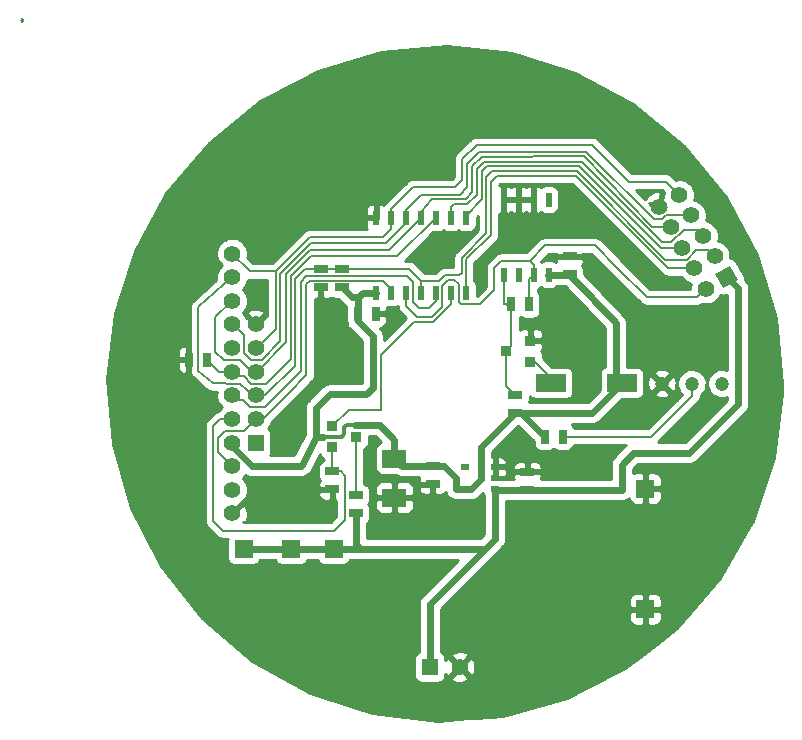
<source format=gbr>
%FSLAX46Y46*%
G04 Gerber Fmt 4.6, Leading zero omitted, Abs format (unit mm)*
G04 Created by KiCad (PCBNEW (2014-08-05 BZR 5054)-product) date Sat 06 Dec 2014 09:27:29 ACDT*
%MOMM*%
G01*
G04 APERTURE LIST*
%ADD10C,0.150000*%
%ADD11R,1.397000X1.397000*%
%ADD12C,1.397000*%
%ADD13R,2.032000X1.524000*%
%ADD14R,0.508000X1.143000*%
%ADD15R,0.762000X0.508000*%
%ADD16C,1.200000*%
%ADD17R,1.143000X0.635000*%
%ADD18R,0.635000X1.143000*%
%ADD19C,1.400000*%
%ADD20R,1.400000X1.400000*%
%ADD21R,0.914400X0.914400*%
%ADD22R,1.500000X1.500000*%
%ADD23C,0.800000*%
%ADD24R,2.500000X1.500000*%
%ADD25C,0.160000*%
%ADD26C,0.600000*%
%ADD27C,0.300000*%
%ADD28C,0.254000*%
G04 APERTURE END LIST*
D10*
D11*
X198730000Y-124000000D03*
D12*
X201270000Y-124000000D03*
D13*
X195750000Y-106349000D03*
X195750000Y-109651000D03*
D14*
X208805000Y-90775000D03*
X207535000Y-90775000D03*
X206265000Y-90775000D03*
X204995000Y-90775000D03*
X204995000Y-84425000D03*
X206265000Y-84425000D03*
X207535000Y-84425000D03*
X208805000Y-84425000D03*
D15*
X204270000Y-108952500D03*
X204270000Y-107047500D03*
X201730000Y-108952500D03*
X204270000Y-108000000D03*
X201730000Y-107047500D03*
D16*
X218400000Y-100000000D03*
X220940000Y-100000000D03*
X223480000Y-100000000D03*
D17*
X189500000Y-90338000D03*
X189500000Y-91862000D03*
X199000000Y-106988000D03*
X199000000Y-108512000D03*
X207000000Y-109012000D03*
X207000000Y-107488000D03*
D18*
X208488000Y-104500000D03*
X210012000Y-104500000D03*
D17*
X206000000Y-102512000D03*
X206000000Y-100988000D03*
D18*
X205638000Y-93300000D03*
X207162000Y-93300000D03*
D17*
X192500000Y-110962000D03*
X192500000Y-109438000D03*
X190500000Y-107438000D03*
X190500000Y-108962000D03*
X191300000Y-90338000D03*
X191300000Y-91862000D03*
D19*
X184000000Y-101000000D03*
X184000000Y-103000000D03*
D20*
X184000000Y-105000000D03*
D19*
X184000000Y-99000000D03*
X184000000Y-97000000D03*
X184000000Y-95000000D03*
X182000000Y-95000000D03*
X182000000Y-97000000D03*
X182000000Y-99000000D03*
X182000000Y-101000000D03*
X182000000Y-103000000D03*
X182000000Y-105000000D03*
X221866025Y-87500000D03*
X222866025Y-89232051D03*
D10*
G36*
X224822243Y-91220320D02*
X223609807Y-91920320D01*
X222909807Y-90707884D01*
X224122243Y-90007884D01*
X224822243Y-91220320D01*
X224822243Y-91220320D01*
G37*
D19*
X220866025Y-85767949D03*
X219866025Y-84035898D03*
X218133975Y-85035898D03*
X219133975Y-86767949D03*
X220133975Y-88500000D03*
X221133975Y-90232051D03*
X222133975Y-91964102D03*
D21*
X207266000Y-96361000D03*
X207266000Y-98139000D03*
X205234000Y-97250000D03*
X190484000Y-105389000D03*
X190484000Y-103611000D03*
X192516000Y-104500000D03*
D17*
X210600000Y-90762000D03*
X210600000Y-89238000D03*
D18*
X192638000Y-94100000D03*
X194162000Y-94100000D03*
D19*
X182000000Y-89000000D03*
X182000000Y-91000000D03*
X182000000Y-93000000D03*
X182000000Y-107000000D03*
X182000000Y-109000000D03*
X182000000Y-111000000D03*
D22*
X183000000Y-114000000D03*
X187000000Y-114000000D03*
X190600000Y-114000000D03*
X217000000Y-119100000D03*
X217000000Y-108900000D03*
D23*
X186600000Y-103800000D03*
X199300000Y-88800000D03*
X210200000Y-95100000D03*
X195300000Y-95600000D03*
X211200000Y-106600000D03*
X186300000Y-109900000D03*
X206300000Y-86600000D03*
D14*
X194190000Y-92302000D03*
X195460000Y-92302000D03*
X196730000Y-92302000D03*
X198000000Y-92302000D03*
X199270000Y-92302000D03*
X200540000Y-92302000D03*
X201810000Y-92302000D03*
X201810000Y-85952000D03*
X200540000Y-85952000D03*
X198000000Y-85952000D03*
X196730000Y-85952000D03*
X195460000Y-85952000D03*
X194190000Y-85952000D03*
X199270000Y-85952000D03*
D24*
X209000000Y-99950000D03*
X215000000Y-99950000D03*
D23*
X197450000Y-112250000D03*
D18*
X178338000Y-97970000D03*
X179862000Y-97970000D03*
D10*
X195460000Y-92302000D02*
X195460000Y-91960000D01*
D25*
X192400000Y-91300000D02*
X188600000Y-91300000D01*
X194800000Y-91300000D02*
X192400000Y-91300000D01*
X195460000Y-91960000D02*
X194800000Y-91300000D01*
X188300000Y-91600000D02*
X188300000Y-99300000D01*
X188600000Y-91300000D02*
X188300000Y-91600000D01*
X188300000Y-99300000D02*
X186800000Y-100800000D01*
X184600000Y-103000000D02*
X186800000Y-100800000D01*
D10*
X184100000Y-103000000D02*
X184600000Y-103000000D01*
D25*
X180800000Y-105800000D02*
X182000000Y-107000000D01*
X180800000Y-104600000D02*
X180800000Y-105800000D01*
X181400000Y-104000000D02*
X180800000Y-104600000D01*
X183000000Y-104000000D02*
X181400000Y-104000000D01*
X184000000Y-103000000D02*
X183000000Y-104000000D01*
D10*
X184100000Y-103000000D02*
X184000000Y-103000000D01*
X195460000Y-85952000D02*
X195460000Y-86940000D01*
X190500000Y-87600000D02*
X190400000Y-87600000D01*
X194800000Y-87600000D02*
X190500000Y-87600000D01*
X195460000Y-86940000D02*
X194800000Y-87600000D01*
D25*
X185700000Y-95400000D02*
X184100000Y-97000000D01*
X185700000Y-92400000D02*
X185700000Y-95400000D01*
X195460000Y-85952000D02*
X195460000Y-85240000D01*
X212500000Y-79800000D02*
X215600000Y-82900000D01*
X202700000Y-79800000D02*
X212500000Y-79800000D01*
X201500000Y-81000000D02*
X202700000Y-79800000D01*
X201500000Y-82800000D02*
X201500000Y-81000000D01*
X200900000Y-83400000D02*
X201500000Y-82800000D01*
X197300000Y-83400000D02*
X200900000Y-83400000D01*
X195460000Y-85240000D02*
X197300000Y-83400000D01*
X215600000Y-82900000D02*
X218730127Y-82900000D01*
X218730127Y-82900000D02*
X219866025Y-84035898D01*
D10*
X185700000Y-92300000D02*
X185700000Y-92400000D01*
X185700000Y-90500000D02*
X185700000Y-92400000D01*
D25*
X188600000Y-87600000D02*
X185700000Y-90500000D01*
X190500000Y-87600000D02*
X188600000Y-87600000D01*
X183500000Y-90500000D02*
X182000000Y-89000000D01*
X185700000Y-90500000D02*
X183500000Y-90500000D01*
X197000000Y-90300000D02*
X191800000Y-90300000D01*
X198000000Y-91300000D02*
X197000000Y-90300000D01*
X198000000Y-91400000D02*
X198000000Y-91300000D01*
D10*
X190700000Y-90300000D02*
X190650000Y-90300000D01*
X191800000Y-90300000D02*
X190700000Y-90300000D01*
X203540984Y-86550820D02*
X203540984Y-86550000D01*
D25*
X221300000Y-88700000D02*
X222333974Y-88700000D01*
X220500000Y-89500000D02*
X221300000Y-88700000D01*
X218700000Y-89500000D02*
X220500000Y-89500000D01*
X211200000Y-82000000D02*
X218700000Y-89500000D01*
X204000000Y-82000000D02*
X211200000Y-82000000D01*
X203540984Y-82550820D02*
X204000000Y-82000000D01*
X203540984Y-86550000D02*
X203540984Y-82550820D01*
X222333974Y-88700000D02*
X222866025Y-89232051D01*
D10*
X198000000Y-92302000D02*
X198000000Y-91400000D01*
X203540984Y-87259016D02*
X201450000Y-89350000D01*
X201450000Y-89350000D02*
X201450000Y-90650000D01*
X201450000Y-90650000D02*
X201250000Y-90850000D01*
X201250000Y-90850000D02*
X200000000Y-90850000D01*
X200000000Y-90850000D02*
X199500000Y-91350000D01*
X199500000Y-91350000D02*
X198050000Y-91350000D01*
X198050000Y-91350000D02*
X198000000Y-91400000D01*
X203540984Y-86550000D02*
X203540984Y-87259016D01*
D25*
X179150000Y-93550000D02*
X182000000Y-91000000D01*
X179150000Y-98930000D02*
X179150000Y-93550000D01*
X180380000Y-99990000D02*
X179150000Y-98930000D01*
X182700000Y-100000000D02*
X180380000Y-99990000D01*
X183800000Y-101000000D02*
X182700000Y-100000000D01*
D10*
X184100000Y-101000000D02*
X183800000Y-101000000D01*
X188200000Y-90300000D02*
X187350000Y-91150000D01*
X187350000Y-91150000D02*
X187350000Y-93700000D01*
X184800000Y-101000000D02*
X184100000Y-101000000D01*
X187350000Y-98550000D02*
X184800000Y-101000000D01*
X187350000Y-93700000D02*
X187350000Y-98550000D01*
X190700000Y-90300000D02*
X188200000Y-90300000D01*
D25*
X198000000Y-85952000D02*
X198000000Y-85500000D01*
D10*
X190900000Y-88700000D02*
X190800000Y-88700000D01*
X191600000Y-88700000D02*
X190900000Y-88700000D01*
D25*
X198000000Y-85500000D02*
X198900000Y-84400000D01*
X201800000Y-84400000D02*
X202300000Y-83800000D01*
X202300000Y-83800000D02*
X202300000Y-81600000D01*
X202300000Y-81600000D02*
X203200000Y-80800000D01*
X203200000Y-80800000D02*
X211828001Y-80772937D01*
X211828001Y-80772937D02*
X217595950Y-86740886D01*
X217595950Y-86740886D02*
X219133975Y-86767949D01*
X198900000Y-84400000D02*
X201800000Y-84400000D01*
X195300000Y-88700000D02*
X198000000Y-86000000D01*
X195300000Y-88700000D02*
X191600000Y-88700000D01*
D10*
X191600000Y-88700000D02*
X191500000Y-88700000D01*
X198000000Y-85952000D02*
X198000000Y-86000000D01*
D25*
X180600000Y-94400000D02*
X182000000Y-93000000D01*
X180600000Y-97300000D02*
X180600000Y-94400000D01*
X181300000Y-98000000D02*
X180600000Y-97300000D01*
X182700000Y-98000000D02*
X181300000Y-98000000D01*
X183700000Y-99000000D02*
X182700000Y-98000000D01*
D10*
X184100000Y-99000000D02*
X183700000Y-99000000D01*
X188600000Y-88700000D02*
X186600000Y-90700000D01*
X186600000Y-90700000D02*
X186600000Y-92900000D01*
X186600000Y-92900000D02*
X186600000Y-96500000D01*
X186600000Y-96500000D02*
X184100000Y-99000000D01*
X190900000Y-88700000D02*
X188600000Y-88700000D01*
D25*
X182000000Y-99000000D02*
X180892000Y-99000000D01*
X180892000Y-99000000D02*
X179862000Y-97970000D01*
X199270000Y-85952000D02*
X199248000Y-85952000D01*
X199248000Y-85952000D02*
X196000000Y-89200000D01*
X196000000Y-89200000D02*
X195700000Y-89200000D01*
X192000000Y-89200000D02*
X191000000Y-89200000D01*
X195900000Y-89200000D02*
X195700000Y-89200000D01*
X195700000Y-89200000D02*
X192000000Y-89200000D01*
X187000000Y-93200000D02*
X187000000Y-97900000D01*
X184900000Y-100000000D02*
X183600000Y-100000000D01*
X187000000Y-97900000D02*
X184900000Y-100000000D01*
X183600000Y-100000000D02*
X183000000Y-99400000D01*
X183000000Y-99400000D02*
X182500000Y-99400000D01*
X187000000Y-90900000D02*
X187000000Y-93200000D01*
X188700000Y-89200000D02*
X187000000Y-90900000D01*
X191000000Y-89200000D02*
X188700000Y-89200000D01*
X199270000Y-85952000D02*
X199148000Y-85952000D01*
D10*
X182500000Y-99400000D02*
X182100000Y-99000000D01*
X196730000Y-85952000D02*
X196730000Y-86370000D01*
X186100000Y-92600000D02*
X186100000Y-92700000D01*
D25*
X183600000Y-98000000D02*
X183000000Y-97400000D01*
X183000000Y-97400000D02*
X183000000Y-95900000D01*
X183000000Y-95900000D02*
X182100000Y-95000000D01*
X186100000Y-96400000D02*
X184500000Y-98000000D01*
X186100000Y-92700000D02*
X186100000Y-96400000D01*
X184500000Y-98000000D02*
X183600000Y-98000000D01*
X191000000Y-88100000D02*
X190600000Y-88100000D01*
X195000000Y-88100000D02*
X191000000Y-88100000D01*
X196730000Y-86370000D02*
X195000000Y-88100000D01*
X186100000Y-90700000D02*
X186100000Y-92700000D01*
X188700000Y-88100000D02*
X186100000Y-90700000D01*
X190600000Y-88100000D02*
X188700000Y-88100000D01*
D10*
X212000000Y-80400000D02*
X217700000Y-86100000D01*
X217700000Y-86100000D02*
X218400000Y-86100000D01*
X218400000Y-86100000D02*
X218732051Y-85767949D01*
X218732051Y-85767949D02*
X220866025Y-85767949D01*
X196730000Y-85952000D02*
X196730000Y-85270000D01*
X202900000Y-80400000D02*
X211900000Y-80400000D01*
X201900000Y-81400000D02*
X202900000Y-80400000D01*
X201900000Y-83400000D02*
X201900000Y-81400000D01*
X201300000Y-84000000D02*
X201900000Y-83400000D01*
X198000000Y-84000000D02*
X201300000Y-84000000D01*
X196730000Y-85270000D02*
X198000000Y-84000000D01*
X211900000Y-80400000D02*
X212000000Y-80400000D01*
X190500000Y-105405000D02*
X190484000Y-105389000D01*
D25*
X190500000Y-107438000D02*
X190500000Y-105405000D01*
X181250000Y-112450000D02*
X190650000Y-112450000D01*
X190650000Y-112450000D02*
X191550000Y-111550000D01*
X191550000Y-111550000D02*
X191550000Y-107800000D01*
X191550000Y-107800000D02*
X191188000Y-107438000D01*
X191188000Y-107438000D02*
X190500000Y-107438000D01*
X182000000Y-103000000D02*
X181000000Y-103000000D01*
X180400000Y-103600000D02*
X181000000Y-103000000D01*
X180400000Y-111600000D02*
X180400000Y-103600000D01*
X180400000Y-111600000D02*
X181250000Y-112450000D01*
D10*
X182500000Y-101400000D02*
X182100000Y-101000000D01*
D25*
X183850000Y-102000000D02*
X183500000Y-102000000D01*
X184750000Y-102000000D02*
X183850000Y-102000000D01*
X187800000Y-98950000D02*
X184750000Y-102000000D01*
X187800000Y-93900000D02*
X187800000Y-98950000D01*
X196800000Y-90900000D02*
X197300000Y-91400000D01*
X195700000Y-90900000D02*
X196800000Y-90900000D01*
X183500000Y-102000000D02*
X182900000Y-101400000D01*
X197300000Y-91400000D02*
X197300000Y-91728000D01*
X197300000Y-92100000D02*
X197300000Y-93100000D01*
X197300000Y-92100000D02*
X197300000Y-91728000D01*
X199270000Y-92302000D02*
X199270000Y-93030000D01*
X198700000Y-93600000D02*
X199270000Y-93030000D01*
X197800000Y-93600000D02*
X198700000Y-93600000D01*
X197300000Y-93100000D02*
X197800000Y-93600000D01*
X182900000Y-101400000D02*
X182500000Y-101400000D01*
X187800000Y-91400000D02*
X187800000Y-93900000D01*
X188300000Y-90900000D02*
X187800000Y-91400000D01*
X195700000Y-90900000D02*
X188300000Y-90900000D01*
D10*
X194190000Y-85952000D02*
X194148000Y-85952000D01*
D26*
X192638000Y-94100000D02*
X192700000Y-94038000D01*
X192700000Y-94038000D02*
X192700000Y-92700000D01*
X192700000Y-92700000D02*
X193098000Y-92302000D01*
X193098000Y-92302000D02*
X194190000Y-92302000D01*
D27*
X191700000Y-103500000D02*
X191500000Y-103700000D01*
X191500000Y-103700000D02*
X191500000Y-104300000D01*
X191500000Y-104300000D02*
X191300000Y-104500000D01*
X191300000Y-104500000D02*
X189700000Y-104500000D01*
D26*
X189700000Y-104500000D02*
X189100000Y-104500000D01*
D27*
X192400000Y-103500000D02*
X191700000Y-103500000D01*
D26*
X195750000Y-104738000D02*
X195738000Y-104738000D01*
X195750000Y-106349000D02*
X195750000Y-104738000D01*
X194500000Y-103500000D02*
X192400000Y-103500000D01*
X195738000Y-104738000D02*
X194500000Y-103500000D01*
X200964500Y-108952500D02*
X200964500Y-107964500D01*
X201730000Y-108952500D02*
X200964500Y-108952500D01*
X199988000Y-106988000D02*
X199000000Y-106988000D01*
X200964500Y-107964500D02*
X199988000Y-106988000D01*
X206500000Y-102512000D02*
X208488000Y-104500000D01*
D10*
X206000000Y-102512000D02*
X206500000Y-102512000D01*
D26*
X210625000Y-90825000D02*
X214500000Y-94900000D01*
X214500000Y-94900000D02*
X214500000Y-100000000D01*
X208755000Y-90825000D02*
X210625000Y-90825000D01*
X212488000Y-102512000D02*
X206000000Y-102512000D01*
X214500000Y-100500000D02*
X212488000Y-102512000D01*
X214500000Y-100000000D02*
X214500000Y-100500000D01*
X202247500Y-108952500D02*
X203100000Y-108100000D01*
X201730000Y-108952500D02*
X202247500Y-108952500D01*
X203100000Y-105412000D02*
X206000000Y-102512000D01*
X203100000Y-108100000D02*
X203100000Y-105412000D01*
X199000000Y-106988000D02*
X196389000Y-106988000D01*
X196389000Y-106988000D02*
X195750000Y-106349000D01*
X193900000Y-96000000D02*
X192638000Y-94738000D01*
X193900000Y-96000000D02*
X193900000Y-96000000D01*
X192638000Y-94738000D02*
X192638000Y-94100000D01*
X189100000Y-104500000D02*
X189100000Y-102100000D01*
X193350000Y-100900000D02*
X193900000Y-100350000D01*
X193900000Y-100350000D02*
X193900000Y-96000000D01*
X190300000Y-100900000D02*
X189100000Y-102100000D01*
X190300000Y-100900000D02*
X193350000Y-100900000D01*
D10*
X184099672Y-107010582D02*
X184102170Y-107010582D01*
D26*
X184002170Y-107010582D02*
X184099672Y-107010582D01*
X187802498Y-107000061D02*
X187902498Y-106900061D01*
X187902498Y-106900061D02*
X189100000Y-104500000D01*
X184099672Y-107010582D02*
X187802498Y-107000061D01*
X192138000Y-92700000D02*
X191300000Y-91862000D01*
X192700000Y-92700000D02*
X192138000Y-92700000D01*
X182000000Y-105280000D02*
X182000000Y-105000000D01*
X183730582Y-107010582D02*
X182000000Y-105280000D01*
X184099672Y-107010582D02*
X183730582Y-107010582D01*
D10*
X205638000Y-93300000D02*
X205638000Y-96846000D01*
X205638000Y-96846000D02*
X205234000Y-97250000D01*
D25*
X205470000Y-93350000D02*
X204990000Y-93290000D01*
X204990000Y-93290000D02*
X204995000Y-90775000D01*
D10*
X205470000Y-93350000D02*
X205638000Y-93300000D01*
D25*
X205234000Y-100222000D02*
X206000000Y-100988000D01*
X205234000Y-97250000D02*
X205234000Y-100222000D01*
X203900000Y-87400000D02*
X203900000Y-82900000D01*
X203900000Y-82900000D02*
X204400000Y-82400000D01*
X204400000Y-82400000D02*
X211100000Y-82400000D01*
X211100000Y-82400000D02*
X218932051Y-90232051D01*
X218932051Y-90232051D02*
X221133975Y-90232051D01*
X201810000Y-92302000D02*
X201810000Y-89490000D01*
X201810000Y-89490000D02*
X203900000Y-87400000D01*
D10*
X201810000Y-92302000D02*
X201898000Y-92302000D01*
X201810000Y-85952000D02*
X201810000Y-85790000D01*
D25*
X211400000Y-81600000D02*
X218300000Y-88500000D01*
X203600000Y-81600000D02*
X211400000Y-81600000D01*
X203200000Y-82000000D02*
X203600000Y-81600000D01*
X203200000Y-84400000D02*
X203200000Y-82000000D01*
X201810000Y-85790000D02*
X203200000Y-84400000D01*
X218300000Y-88500000D02*
X220133975Y-88500000D01*
X200800000Y-84800000D02*
X201900000Y-84800000D01*
X201900000Y-84800000D02*
X202700000Y-84000000D01*
X202700000Y-84000000D02*
X202700000Y-81800000D01*
X202700000Y-81800000D02*
X203300000Y-81200000D01*
X203300000Y-81200000D02*
X211600000Y-81200000D01*
X211600000Y-81200000D02*
X218400000Y-88000000D01*
X218400000Y-88000000D02*
X219200000Y-88000000D01*
X219200000Y-88000000D02*
X220300000Y-87000000D01*
X220300000Y-87000000D02*
X221366025Y-87000000D01*
X221366025Y-87000000D02*
X221866025Y-87500000D01*
X200540000Y-85952000D02*
X200540000Y-85060000D01*
X200540000Y-85060000D02*
X200800000Y-84800000D01*
X221398077Y-92700000D02*
X222133975Y-91964102D01*
X207200000Y-89600000D02*
X208500000Y-88300000D01*
X212700000Y-88300000D02*
X208500000Y-88300000D01*
X214632051Y-90232051D02*
X212700000Y-88300000D01*
X214632051Y-90232051D02*
X217100000Y-92700000D01*
X217100000Y-92700000D02*
X221398077Y-92700000D01*
D10*
X207200000Y-89600000D02*
X207100000Y-89600000D01*
X207535000Y-89935000D02*
X207200000Y-89600000D01*
X207200000Y-89600000D02*
X207100000Y-89600000D01*
D25*
X199800000Y-93490804D02*
X198890804Y-94400000D01*
X198890804Y-94400000D02*
X197700000Y-94400000D01*
X197700000Y-94400000D02*
X196730000Y-93430000D01*
X196730000Y-93430000D02*
X196730000Y-92302000D01*
X201400000Y-93300000D02*
X201200000Y-93100000D01*
X201200000Y-93100000D02*
X201200000Y-91600000D01*
X201200000Y-91600000D02*
X200800000Y-91200000D01*
X200800000Y-91200000D02*
X200300000Y-91200000D01*
X200300000Y-91200000D02*
X199800000Y-91700000D01*
X204200000Y-92100000D02*
X203000000Y-93300000D01*
X204200000Y-90200000D02*
X204200000Y-92100000D01*
X204800000Y-89600000D02*
X204200000Y-90200000D01*
X207100000Y-89600000D02*
X204800000Y-89600000D01*
X203000000Y-93300000D02*
X201400000Y-93300000D01*
X199800000Y-91700000D02*
X199800000Y-93490804D01*
D10*
X207535000Y-90775000D02*
X207535000Y-89935000D01*
D25*
X207162000Y-91148000D02*
X207535000Y-90775000D01*
X207162000Y-93300000D02*
X207162000Y-91148000D01*
D10*
X184100000Y-105000000D02*
X183800000Y-105000000D01*
X190300000Y-103595000D02*
X190284000Y-103611000D01*
X199950000Y-93850000D02*
X199984500Y-93815500D01*
X200500000Y-92342000D02*
X200540000Y-92302000D01*
X200500000Y-93300000D02*
X200500000Y-92342000D01*
X199950000Y-93850000D02*
X200500000Y-93300000D01*
D25*
X194600000Y-102200000D02*
X194600000Y-97600000D01*
X194600000Y-97600000D02*
X195700000Y-96500000D01*
X195700000Y-96500000D02*
X197400000Y-94800000D01*
X197400000Y-94800000D02*
X199010500Y-94789500D01*
X199950000Y-93850000D02*
X199010500Y-94789500D01*
X191895000Y-102200000D02*
X190484000Y-103611000D01*
X194600000Y-102200000D02*
X191895000Y-102200000D01*
D10*
X192500000Y-109438000D02*
X192362000Y-109438000D01*
X192500000Y-104516000D02*
X192516000Y-104500000D01*
D25*
X192500000Y-109438000D02*
X192500000Y-104516000D01*
D26*
X198730000Y-124000000D02*
X198730000Y-118670000D01*
X204270000Y-111000000D02*
X204270000Y-108952500D01*
D10*
X204329500Y-109012000D02*
X204270000Y-108952500D01*
D26*
X198730000Y-118670000D02*
X203400000Y-114000000D01*
X203400000Y-114000000D02*
X204270000Y-113130000D01*
X204270000Y-113130000D02*
X204270000Y-111000000D01*
X182900000Y-114000000D02*
X183200000Y-114000000D01*
X183000000Y-114000000D02*
X190600000Y-114000000D01*
X192500000Y-114000000D02*
X203400000Y-114000000D01*
X190600000Y-114000000D02*
X192500000Y-114000000D01*
X192500000Y-113550000D02*
X192950000Y-114000000D01*
X192950000Y-114000000D02*
X192600000Y-114000000D01*
X192600000Y-114000000D02*
X192500000Y-113900000D01*
X192500000Y-113900000D02*
X192500000Y-114000000D01*
X192500000Y-110962000D02*
X192500000Y-113550000D01*
X214988000Y-106862000D02*
X215950000Y-105900000D01*
X215950000Y-105900000D02*
X220700000Y-105900000D01*
X220700000Y-105900000D02*
X224850000Y-101750000D01*
X224850000Y-101750000D02*
X224850000Y-91948077D01*
X224850000Y-91948077D02*
X223866025Y-90964102D01*
X204900000Y-109012000D02*
X214988000Y-109012000D01*
X204329500Y-109012000D02*
X204900000Y-109012000D01*
X214988000Y-109012000D02*
X214988000Y-106862000D01*
D25*
X220960000Y-100000000D02*
X220960000Y-101040000D01*
X220960000Y-101040000D02*
X217500000Y-104500000D01*
X217500000Y-104500000D02*
X210012000Y-104500000D01*
X207639000Y-98139000D02*
X209500000Y-100000000D01*
X207266000Y-98139000D02*
X207639000Y-98139000D01*
D28*
G36*
X164204538Y-69295462D02*
X164200000Y-69300000D01*
X164100000Y-69200000D01*
X164200000Y-69100000D01*
X164204538Y-69295462D01*
X164204538Y-69295462D01*
G37*
X164204538Y-69295462D02*
X164200000Y-69300000D01*
X164100000Y-69200000D01*
X164200000Y-69100000D01*
X164204538Y-69295462D01*
G36*
X184990000Y-92346062D02*
X184985070Y-92390017D01*
X184985000Y-92400000D01*
X184985000Y-94274546D01*
X184921269Y-94258336D01*
X184741664Y-94437941D01*
X184741664Y-94078731D01*
X184682203Y-93844963D01*
X184443758Y-93734066D01*
X184188260Y-93671817D01*
X183925527Y-93660610D01*
X183665656Y-93700875D01*
X183418634Y-93791065D01*
X183317797Y-93844963D01*
X183258336Y-94078731D01*
X184000000Y-94820395D01*
X184741664Y-94078731D01*
X184741664Y-94437941D01*
X184179605Y-95000000D01*
X184193747Y-95014142D01*
X184014142Y-95193747D01*
X184000000Y-95179605D01*
X183985857Y-95193747D01*
X183806252Y-95014142D01*
X183820395Y-95000000D01*
X183172203Y-94351808D01*
X183039556Y-94152159D01*
X182887179Y-93998714D01*
X183015478Y-93876537D01*
X183166392Y-93662603D01*
X183272878Y-93423430D01*
X183330881Y-93168129D01*
X183335057Y-92869097D01*
X183284205Y-92612276D01*
X183184438Y-92370223D01*
X183039556Y-92152159D01*
X182887179Y-91998714D01*
X183015478Y-91876537D01*
X183166392Y-91662603D01*
X183272878Y-91423430D01*
X183325634Y-91191220D01*
X183351343Y-91199376D01*
X183355081Y-91199795D01*
X183358675Y-91200894D01*
X183424353Y-91207565D01*
X183490017Y-91214930D01*
X183497371Y-91214981D01*
X183497504Y-91214995D01*
X183497627Y-91214983D01*
X183500000Y-91215000D01*
X184990000Y-91215000D01*
X184990000Y-92300000D01*
X184990000Y-92346062D01*
X184990000Y-92346062D01*
G37*
X184990000Y-92346062D02*
X184985070Y-92390017D01*
X184985000Y-92400000D01*
X184985000Y-94274546D01*
X184921269Y-94258336D01*
X184741664Y-94437941D01*
X184741664Y-94078731D01*
X184682203Y-93844963D01*
X184443758Y-93734066D01*
X184188260Y-93671817D01*
X183925527Y-93660610D01*
X183665656Y-93700875D01*
X183418634Y-93791065D01*
X183317797Y-93844963D01*
X183258336Y-94078731D01*
X184000000Y-94820395D01*
X184741664Y-94078731D01*
X184741664Y-94437941D01*
X184179605Y-95000000D01*
X184193747Y-95014142D01*
X184014142Y-95193747D01*
X184000000Y-95179605D01*
X183985857Y-95193747D01*
X183806252Y-95014142D01*
X183820395Y-95000000D01*
X183172203Y-94351808D01*
X183039556Y-94152159D01*
X182887179Y-93998714D01*
X183015478Y-93876537D01*
X183166392Y-93662603D01*
X183272878Y-93423430D01*
X183330881Y-93168129D01*
X183335057Y-92869097D01*
X183284205Y-92612276D01*
X183184438Y-92370223D01*
X183039556Y-92152159D01*
X182887179Y-91998714D01*
X183015478Y-91876537D01*
X183166392Y-91662603D01*
X183272878Y-91423430D01*
X183325634Y-91191220D01*
X183351343Y-91199376D01*
X183355081Y-91199795D01*
X183358675Y-91200894D01*
X183424353Y-91207565D01*
X183490017Y-91214930D01*
X183497371Y-91214981D01*
X183497504Y-91214995D01*
X183497627Y-91214983D01*
X183500000Y-91215000D01*
X184990000Y-91215000D01*
X184990000Y-92300000D01*
X184990000Y-92346062D01*
G36*
X190835000Y-111253838D02*
X190373000Y-111715838D01*
X190373000Y-109755750D01*
X190373000Y-109089000D01*
X189452250Y-109089000D01*
X189293500Y-109247750D01*
X189293500Y-109342042D01*
X189317903Y-109464723D01*
X189365770Y-109580285D01*
X189435263Y-109684289D01*
X189523711Y-109772737D01*
X189627715Y-109842230D01*
X189743277Y-109890097D01*
X189865958Y-109914500D01*
X189991042Y-109914500D01*
X190214250Y-109914500D01*
X190373000Y-109755750D01*
X190373000Y-111715838D01*
X190353838Y-111735000D01*
X182947468Y-111735000D01*
X183155037Y-111682203D01*
X183265934Y-111443758D01*
X183328183Y-111188260D01*
X183339390Y-110925527D01*
X183299125Y-110665656D01*
X183208935Y-110418634D01*
X183155037Y-110317797D01*
X182921269Y-110258336D01*
X182179605Y-111000000D01*
X182193747Y-111014142D01*
X182014142Y-111193747D01*
X182000000Y-111179605D01*
X181985857Y-111193747D01*
X181806252Y-111014142D01*
X181820395Y-111000000D01*
X181806252Y-110985857D01*
X181985857Y-110806252D01*
X182000000Y-110820395D01*
X182654628Y-110165766D01*
X182825885Y-110057084D01*
X183015478Y-109876537D01*
X183166392Y-109662603D01*
X183272878Y-109423430D01*
X183330881Y-109168129D01*
X183335057Y-108869097D01*
X183284205Y-108612276D01*
X183184438Y-108370223D01*
X183039556Y-108152159D01*
X182887179Y-107998714D01*
X183015478Y-107876537D01*
X183126747Y-107718802D01*
X183136202Y-107726568D01*
X183202338Y-107782063D01*
X183206644Y-107784430D01*
X183210446Y-107787553D01*
X183286569Y-107828370D01*
X183362246Y-107869974D01*
X183366933Y-107871460D01*
X183371266Y-107873784D01*
X183453872Y-107899039D01*
X183536185Y-107925150D01*
X183541068Y-107925697D01*
X183545773Y-107927136D01*
X183631742Y-107935868D01*
X183717527Y-107945491D01*
X183727130Y-107945557D01*
X183727318Y-107945577D01*
X183727492Y-107945560D01*
X183730582Y-107945582D01*
X184002170Y-107945582D01*
X184099672Y-107945582D01*
X184099818Y-107945567D01*
X184102329Y-107945578D01*
X187805155Y-107935057D01*
X187889759Y-107926518D01*
X187974493Y-107919105D01*
X187980494Y-107917361D01*
X187986712Y-107916734D01*
X188068039Y-107891927D01*
X188149727Y-107868196D01*
X188155277Y-107865318D01*
X188161254Y-107863496D01*
X188236219Y-107823362D01*
X188311736Y-107784218D01*
X188316621Y-107780318D01*
X188322130Y-107777369D01*
X188387862Y-107723446D01*
X188454347Y-107670373D01*
X188463183Y-107661659D01*
X188463213Y-107661635D01*
X188463234Y-107661608D01*
X188463643Y-107661206D01*
X188563643Y-107561206D01*
X188597229Y-107520317D01*
X188634067Y-107482326D01*
X188655009Y-107449973D01*
X188679468Y-107420198D01*
X188704473Y-107373563D01*
X188733230Y-107329141D01*
X188739140Y-107317500D01*
X189406118Y-105980726D01*
X189416203Y-106031423D01*
X189464070Y-106146985D01*
X189533563Y-106250989D01*
X189622011Y-106339437D01*
X189726015Y-106408930D01*
X189785000Y-106433362D01*
X189785000Y-106501603D01*
X189743277Y-106509903D01*
X189627715Y-106557770D01*
X189523711Y-106627263D01*
X189435263Y-106715711D01*
X189365770Y-106819715D01*
X189317903Y-106935277D01*
X189293500Y-107057958D01*
X189293500Y-107183042D01*
X189293500Y-107818042D01*
X189317903Y-107940723D01*
X189365770Y-108056285D01*
X189435263Y-108160289D01*
X189474974Y-108200000D01*
X189435263Y-108239711D01*
X189365770Y-108343715D01*
X189317903Y-108459277D01*
X189293500Y-108581958D01*
X189293500Y-108676250D01*
X189452250Y-108835000D01*
X190373000Y-108835000D01*
X190373000Y-108815000D01*
X190627000Y-108815000D01*
X190627000Y-108835000D01*
X190647000Y-108835000D01*
X190647000Y-109089000D01*
X190627000Y-109089000D01*
X190627000Y-109755750D01*
X190785750Y-109914500D01*
X190835000Y-109914500D01*
X190835000Y-111253838D01*
X190835000Y-111253838D01*
G37*
X190835000Y-111253838D02*
X190373000Y-111715838D01*
X190373000Y-109755750D01*
X190373000Y-109089000D01*
X189452250Y-109089000D01*
X189293500Y-109247750D01*
X189293500Y-109342042D01*
X189317903Y-109464723D01*
X189365770Y-109580285D01*
X189435263Y-109684289D01*
X189523711Y-109772737D01*
X189627715Y-109842230D01*
X189743277Y-109890097D01*
X189865958Y-109914500D01*
X189991042Y-109914500D01*
X190214250Y-109914500D01*
X190373000Y-109755750D01*
X190373000Y-111715838D01*
X190353838Y-111735000D01*
X182947468Y-111735000D01*
X183155037Y-111682203D01*
X183265934Y-111443758D01*
X183328183Y-111188260D01*
X183339390Y-110925527D01*
X183299125Y-110665656D01*
X183208935Y-110418634D01*
X183155037Y-110317797D01*
X182921269Y-110258336D01*
X182179605Y-111000000D01*
X182193747Y-111014142D01*
X182014142Y-111193747D01*
X182000000Y-111179605D01*
X181985857Y-111193747D01*
X181806252Y-111014142D01*
X181820395Y-111000000D01*
X181806252Y-110985857D01*
X181985857Y-110806252D01*
X182000000Y-110820395D01*
X182654628Y-110165766D01*
X182825885Y-110057084D01*
X183015478Y-109876537D01*
X183166392Y-109662603D01*
X183272878Y-109423430D01*
X183330881Y-109168129D01*
X183335057Y-108869097D01*
X183284205Y-108612276D01*
X183184438Y-108370223D01*
X183039556Y-108152159D01*
X182887179Y-107998714D01*
X183015478Y-107876537D01*
X183126747Y-107718802D01*
X183136202Y-107726568D01*
X183202338Y-107782063D01*
X183206644Y-107784430D01*
X183210446Y-107787553D01*
X183286569Y-107828370D01*
X183362246Y-107869974D01*
X183366933Y-107871460D01*
X183371266Y-107873784D01*
X183453872Y-107899039D01*
X183536185Y-107925150D01*
X183541068Y-107925697D01*
X183545773Y-107927136D01*
X183631742Y-107935868D01*
X183717527Y-107945491D01*
X183727130Y-107945557D01*
X183727318Y-107945577D01*
X183727492Y-107945560D01*
X183730582Y-107945582D01*
X184002170Y-107945582D01*
X184099672Y-107945582D01*
X184099818Y-107945567D01*
X184102329Y-107945578D01*
X187805155Y-107935057D01*
X187889759Y-107926518D01*
X187974493Y-107919105D01*
X187980494Y-107917361D01*
X187986712Y-107916734D01*
X188068039Y-107891927D01*
X188149727Y-107868196D01*
X188155277Y-107865318D01*
X188161254Y-107863496D01*
X188236219Y-107823362D01*
X188311736Y-107784218D01*
X188316621Y-107780318D01*
X188322130Y-107777369D01*
X188387862Y-107723446D01*
X188454347Y-107670373D01*
X188463183Y-107661659D01*
X188463213Y-107661635D01*
X188463234Y-107661608D01*
X188463643Y-107661206D01*
X188563643Y-107561206D01*
X188597229Y-107520317D01*
X188634067Y-107482326D01*
X188655009Y-107449973D01*
X188679468Y-107420198D01*
X188704473Y-107373563D01*
X188733230Y-107329141D01*
X188739140Y-107317500D01*
X189406118Y-105980726D01*
X189416203Y-106031423D01*
X189464070Y-106146985D01*
X189533563Y-106250989D01*
X189622011Y-106339437D01*
X189726015Y-106408930D01*
X189785000Y-106433362D01*
X189785000Y-106501603D01*
X189743277Y-106509903D01*
X189627715Y-106557770D01*
X189523711Y-106627263D01*
X189435263Y-106715711D01*
X189365770Y-106819715D01*
X189317903Y-106935277D01*
X189293500Y-107057958D01*
X189293500Y-107183042D01*
X189293500Y-107818042D01*
X189317903Y-107940723D01*
X189365770Y-108056285D01*
X189435263Y-108160289D01*
X189474974Y-108200000D01*
X189435263Y-108239711D01*
X189365770Y-108343715D01*
X189317903Y-108459277D01*
X189293500Y-108581958D01*
X189293500Y-108676250D01*
X189452250Y-108835000D01*
X190373000Y-108835000D01*
X190373000Y-108815000D01*
X190627000Y-108815000D01*
X190627000Y-108835000D01*
X190647000Y-108835000D01*
X190647000Y-109089000D01*
X190627000Y-109089000D01*
X190627000Y-109755750D01*
X190785750Y-109914500D01*
X190835000Y-109914500D01*
X190835000Y-111253838D01*
G36*
X192965000Y-99962710D02*
X192962710Y-99965000D01*
X190300000Y-99965000D01*
X190213990Y-99973433D01*
X190128005Y-99980956D01*
X190123285Y-99982327D01*
X190118391Y-99982807D01*
X190035711Y-100007769D01*
X189952771Y-100031865D01*
X189948404Y-100034128D01*
X189943699Y-100035549D01*
X189867433Y-100076100D01*
X189790762Y-100115844D01*
X189786920Y-100118910D01*
X189782579Y-100121219D01*
X189715644Y-100175808D01*
X189648151Y-100229688D01*
X189641308Y-100236435D01*
X189641167Y-100236551D01*
X189641058Y-100236681D01*
X189638855Y-100238855D01*
X188438855Y-101438855D01*
X188384035Y-101505593D01*
X188328519Y-101571756D01*
X188326149Y-101576066D01*
X188323030Y-101579864D01*
X188282233Y-101655948D01*
X188240608Y-101731664D01*
X188239121Y-101736351D01*
X188236798Y-101740684D01*
X188211555Y-101823249D01*
X188185432Y-101905603D01*
X188184883Y-101910491D01*
X188183447Y-101915191D01*
X188174718Y-102001111D01*
X188165091Y-102086945D01*
X188165024Y-102096548D01*
X188165005Y-102096736D01*
X188165021Y-102096910D01*
X188165000Y-102100000D01*
X188165000Y-104279692D01*
X187273448Y-106066560D01*
X185214872Y-106072409D01*
X185262730Y-106000785D01*
X185310597Y-105885223D01*
X185335000Y-105762542D01*
X185335000Y-105637458D01*
X185335000Y-104237458D01*
X185310597Y-104114777D01*
X185262730Y-103999215D01*
X185193237Y-103895211D01*
X185104789Y-103806763D01*
X185077541Y-103788556D01*
X185166392Y-103662603D01*
X185272878Y-103423430D01*
X185297909Y-103313252D01*
X187305581Y-101305581D01*
X188805581Y-99805582D01*
X188847520Y-99754523D01*
X188889956Y-99703951D01*
X188891766Y-99700657D01*
X188894154Y-99697751D01*
X188925362Y-99639548D01*
X188957182Y-99581668D01*
X188958319Y-99578082D01*
X188960095Y-99574771D01*
X188979393Y-99511649D01*
X188999376Y-99448657D01*
X188999795Y-99444918D01*
X189000894Y-99441325D01*
X189007565Y-99375646D01*
X189014930Y-99309983D01*
X189014981Y-99302628D01*
X189014995Y-99302496D01*
X189014983Y-99302372D01*
X189015000Y-99300000D01*
X189015000Y-92814500D01*
X189214250Y-92814500D01*
X189373000Y-92655750D01*
X189373000Y-92015000D01*
X189627000Y-92015000D01*
X189627000Y-92655750D01*
X189785750Y-92814500D01*
X190008958Y-92814500D01*
X190134042Y-92814500D01*
X190256723Y-92790097D01*
X190372285Y-92742230D01*
X190400000Y-92723711D01*
X190427715Y-92742230D01*
X190543277Y-92790097D01*
X190665958Y-92814500D01*
X190791042Y-92814500D01*
X190930210Y-92814500D01*
X191476855Y-93361145D01*
X191543593Y-93415964D01*
X191609756Y-93471481D01*
X191614066Y-93473850D01*
X191617864Y-93476970D01*
X191685500Y-93513236D01*
X191685500Y-93591042D01*
X191685500Y-94734042D01*
X191709903Y-94856723D01*
X191715471Y-94870166D01*
X191718956Y-94909995D01*
X191720327Y-94914714D01*
X191720807Y-94919609D01*
X191745769Y-95002288D01*
X191769865Y-95085229D01*
X191772128Y-95089595D01*
X191773549Y-95094301D01*
X191814079Y-95170527D01*
X191853843Y-95247238D01*
X191856912Y-95251082D01*
X191859219Y-95255421D01*
X191913786Y-95322327D01*
X191967688Y-95389849D01*
X191974435Y-95396691D01*
X191974551Y-95396833D01*
X191974681Y-95396941D01*
X191976855Y-95399145D01*
X192965000Y-96387289D01*
X192965000Y-99962710D01*
X192965000Y-99962710D01*
G37*
X192965000Y-99962710D02*
X192962710Y-99965000D01*
X190300000Y-99965000D01*
X190213990Y-99973433D01*
X190128005Y-99980956D01*
X190123285Y-99982327D01*
X190118391Y-99982807D01*
X190035711Y-100007769D01*
X189952771Y-100031865D01*
X189948404Y-100034128D01*
X189943699Y-100035549D01*
X189867433Y-100076100D01*
X189790762Y-100115844D01*
X189786920Y-100118910D01*
X189782579Y-100121219D01*
X189715644Y-100175808D01*
X189648151Y-100229688D01*
X189641308Y-100236435D01*
X189641167Y-100236551D01*
X189641058Y-100236681D01*
X189638855Y-100238855D01*
X188438855Y-101438855D01*
X188384035Y-101505593D01*
X188328519Y-101571756D01*
X188326149Y-101576066D01*
X188323030Y-101579864D01*
X188282233Y-101655948D01*
X188240608Y-101731664D01*
X188239121Y-101736351D01*
X188236798Y-101740684D01*
X188211555Y-101823249D01*
X188185432Y-101905603D01*
X188184883Y-101910491D01*
X188183447Y-101915191D01*
X188174718Y-102001111D01*
X188165091Y-102086945D01*
X188165024Y-102096548D01*
X188165005Y-102096736D01*
X188165021Y-102096910D01*
X188165000Y-102100000D01*
X188165000Y-104279692D01*
X187273448Y-106066560D01*
X185214872Y-106072409D01*
X185262730Y-106000785D01*
X185310597Y-105885223D01*
X185335000Y-105762542D01*
X185335000Y-105637458D01*
X185335000Y-104237458D01*
X185310597Y-104114777D01*
X185262730Y-103999215D01*
X185193237Y-103895211D01*
X185104789Y-103806763D01*
X185077541Y-103788556D01*
X185166392Y-103662603D01*
X185272878Y-103423430D01*
X185297909Y-103313252D01*
X187305581Y-101305581D01*
X188805581Y-99805582D01*
X188847520Y-99754523D01*
X188889956Y-99703951D01*
X188891766Y-99700657D01*
X188894154Y-99697751D01*
X188925362Y-99639548D01*
X188957182Y-99581668D01*
X188958319Y-99578082D01*
X188960095Y-99574771D01*
X188979393Y-99511649D01*
X188999376Y-99448657D01*
X188999795Y-99444918D01*
X189000894Y-99441325D01*
X189007565Y-99375646D01*
X189014930Y-99309983D01*
X189014981Y-99302628D01*
X189014995Y-99302496D01*
X189014983Y-99302372D01*
X189015000Y-99300000D01*
X189015000Y-92814500D01*
X189214250Y-92814500D01*
X189373000Y-92655750D01*
X189373000Y-92015000D01*
X189627000Y-92015000D01*
X189627000Y-92655750D01*
X189785750Y-92814500D01*
X190008958Y-92814500D01*
X190134042Y-92814500D01*
X190256723Y-92790097D01*
X190372285Y-92742230D01*
X190400000Y-92723711D01*
X190427715Y-92742230D01*
X190543277Y-92790097D01*
X190665958Y-92814500D01*
X190791042Y-92814500D01*
X190930210Y-92814500D01*
X191476855Y-93361145D01*
X191543593Y-93415964D01*
X191609756Y-93471481D01*
X191614066Y-93473850D01*
X191617864Y-93476970D01*
X191685500Y-93513236D01*
X191685500Y-93591042D01*
X191685500Y-94734042D01*
X191709903Y-94856723D01*
X191715471Y-94870166D01*
X191718956Y-94909995D01*
X191720327Y-94914714D01*
X191720807Y-94919609D01*
X191745769Y-95002288D01*
X191769865Y-95085229D01*
X191772128Y-95089595D01*
X191773549Y-95094301D01*
X191814079Y-95170527D01*
X191853843Y-95247238D01*
X191856912Y-95251082D01*
X191859219Y-95255421D01*
X191913786Y-95322327D01*
X191967688Y-95389849D01*
X191974435Y-95396691D01*
X191974551Y-95396833D01*
X191974681Y-95396941D01*
X191976855Y-95399145D01*
X192965000Y-96387289D01*
X192965000Y-99962710D01*
G36*
X196738838Y-94450000D02*
X195194419Y-95994419D01*
X194835000Y-96353838D01*
X194835000Y-96000000D01*
X194826575Y-95914076D01*
X194819045Y-95828006D01*
X194818587Y-95826431D01*
X194818439Y-95824798D01*
X194817512Y-95821650D01*
X194817193Y-95818391D01*
X194792239Y-95735740D01*
X194768135Y-95652771D01*
X194767378Y-95651312D01*
X194766917Y-95649743D01*
X194765399Y-95646839D01*
X194764451Y-95643699D01*
X194723909Y-95567452D01*
X194684157Y-95490763D01*
X194683136Y-95489484D01*
X194682375Y-95488028D01*
X194680317Y-95485469D01*
X194678781Y-95482579D01*
X194624195Y-95415650D01*
X194570312Y-95348151D01*
X194568137Y-95345945D01*
X194568032Y-95345815D01*
X194567893Y-95345699D01*
X194563567Y-95341312D01*
X194563449Y-95341167D01*
X194563314Y-95341055D01*
X194561145Y-95338856D01*
X194528789Y-95306500D01*
X194542042Y-95306500D01*
X194664723Y-95282097D01*
X194780285Y-95234230D01*
X194884289Y-95164737D01*
X194972737Y-95076289D01*
X195042230Y-94972285D01*
X195090097Y-94856723D01*
X195114500Y-94734042D01*
X195114500Y-94608958D01*
X195114500Y-94385750D01*
X194955750Y-94227000D01*
X194289000Y-94227000D01*
X194289000Y-94247000D01*
X194035000Y-94247000D01*
X194035000Y-94227000D01*
X194015000Y-94227000D01*
X194015000Y-93973000D01*
X194035000Y-93973000D01*
X194035000Y-93953000D01*
X194289000Y-93953000D01*
X194289000Y-93973000D01*
X194955750Y-93973000D01*
X195114500Y-93814250D01*
X195114500Y-93591042D01*
X195114500Y-93502739D01*
X195143458Y-93508500D01*
X195268542Y-93508500D01*
X195776542Y-93508500D01*
X195899223Y-93484097D01*
X196014785Y-93436230D01*
X196015560Y-93435712D01*
X196021448Y-93495768D01*
X196027202Y-93561525D01*
X196028249Y-93565130D01*
X196028617Y-93568878D01*
X196047718Y-93632144D01*
X196066133Y-93695528D01*
X196067863Y-93698866D01*
X196068950Y-93702465D01*
X196099945Y-93760758D01*
X196130350Y-93819417D01*
X196132696Y-93822356D01*
X196134461Y-93825675D01*
X196176192Y-93876841D01*
X196217409Y-93928473D01*
X196222569Y-93933705D01*
X196222657Y-93933813D01*
X196222756Y-93933895D01*
X196224419Y-93935581D01*
X196738838Y-94450000D01*
X196738838Y-94450000D01*
G37*
X196738838Y-94450000D02*
X195194419Y-95994419D01*
X194835000Y-96353838D01*
X194835000Y-96000000D01*
X194826575Y-95914076D01*
X194819045Y-95828006D01*
X194818587Y-95826431D01*
X194818439Y-95824798D01*
X194817512Y-95821650D01*
X194817193Y-95818391D01*
X194792239Y-95735740D01*
X194768135Y-95652771D01*
X194767378Y-95651312D01*
X194766917Y-95649743D01*
X194765399Y-95646839D01*
X194764451Y-95643699D01*
X194723909Y-95567452D01*
X194684157Y-95490763D01*
X194683136Y-95489484D01*
X194682375Y-95488028D01*
X194680317Y-95485469D01*
X194678781Y-95482579D01*
X194624195Y-95415650D01*
X194570312Y-95348151D01*
X194568137Y-95345945D01*
X194568032Y-95345815D01*
X194567893Y-95345699D01*
X194563567Y-95341312D01*
X194563449Y-95341167D01*
X194563314Y-95341055D01*
X194561145Y-95338856D01*
X194528789Y-95306500D01*
X194542042Y-95306500D01*
X194664723Y-95282097D01*
X194780285Y-95234230D01*
X194884289Y-95164737D01*
X194972737Y-95076289D01*
X195042230Y-94972285D01*
X195090097Y-94856723D01*
X195114500Y-94734042D01*
X195114500Y-94608958D01*
X195114500Y-94385750D01*
X194955750Y-94227000D01*
X194289000Y-94227000D01*
X194289000Y-94247000D01*
X194035000Y-94247000D01*
X194035000Y-94227000D01*
X194015000Y-94227000D01*
X194015000Y-93973000D01*
X194035000Y-93973000D01*
X194035000Y-93953000D01*
X194289000Y-93953000D01*
X194289000Y-93973000D01*
X194955750Y-93973000D01*
X195114500Y-93814250D01*
X195114500Y-93591042D01*
X195114500Y-93502739D01*
X195143458Y-93508500D01*
X195268542Y-93508500D01*
X195776542Y-93508500D01*
X195899223Y-93484097D01*
X196014785Y-93436230D01*
X196015560Y-93435712D01*
X196021448Y-93495768D01*
X196027202Y-93561525D01*
X196028249Y-93565130D01*
X196028617Y-93568878D01*
X196047718Y-93632144D01*
X196066133Y-93695528D01*
X196067863Y-93698866D01*
X196068950Y-93702465D01*
X196099945Y-93760758D01*
X196130350Y-93819417D01*
X196132696Y-93822356D01*
X196134461Y-93825675D01*
X196176192Y-93876841D01*
X196217409Y-93928473D01*
X196222569Y-93933705D01*
X196222657Y-93933813D01*
X196222756Y-93933895D01*
X196224419Y-93935581D01*
X196738838Y-94450000D01*
G36*
X202830984Y-86964924D02*
X200947954Y-88847954D01*
X200906341Y-88898613D01*
X200864169Y-88948873D01*
X200862369Y-88952146D01*
X200860001Y-88955030D01*
X200829002Y-89012840D01*
X200797414Y-89070301D01*
X200796286Y-89073855D01*
X200794520Y-89077150D01*
X200775340Y-89139884D01*
X200755515Y-89202383D01*
X200755098Y-89206095D01*
X200754008Y-89209663D01*
X200747387Y-89274837D01*
X200740069Y-89340087D01*
X200740018Y-89347392D01*
X200740005Y-89347522D01*
X200740016Y-89347642D01*
X200740000Y-89350000D01*
X200740000Y-90140000D01*
X200000000Y-90140000D01*
X199934822Y-90146390D01*
X199869395Y-90152115D01*
X199865804Y-90153158D01*
X199862094Y-90153522D01*
X199799340Y-90172468D01*
X199736329Y-90190775D01*
X199733015Y-90192492D01*
X199729440Y-90193572D01*
X199671523Y-90224366D01*
X199613306Y-90254544D01*
X199610387Y-90256873D01*
X199607092Y-90258626D01*
X199556295Y-90300054D01*
X199505013Y-90340993D01*
X199499811Y-90346121D01*
X199499710Y-90346205D01*
X199499631Y-90346299D01*
X199497954Y-90347954D01*
X199205908Y-90640000D01*
X198351162Y-90640000D01*
X197505581Y-89794419D01*
X197454547Y-89752499D01*
X197403951Y-89710044D01*
X197400657Y-89708233D01*
X197397751Y-89705846D01*
X197339548Y-89674637D01*
X197281668Y-89642818D01*
X197278082Y-89641680D01*
X197274771Y-89639905D01*
X197211649Y-89620606D01*
X197148657Y-89600624D01*
X197144918Y-89600204D01*
X197141325Y-89599106D01*
X197075646Y-89592434D01*
X197009983Y-89585070D01*
X197002628Y-89585018D01*
X197002496Y-89585005D01*
X197002372Y-89585016D01*
X197000000Y-89585000D01*
X196626162Y-89585000D01*
X199052662Y-87158500D01*
X199078542Y-87158500D01*
X199586542Y-87158500D01*
X199709223Y-87134097D01*
X199824785Y-87086230D01*
X199905000Y-87032632D01*
X199985215Y-87086230D01*
X200100777Y-87134097D01*
X200223458Y-87158500D01*
X200348542Y-87158500D01*
X200856542Y-87158500D01*
X200979223Y-87134097D01*
X201094785Y-87086230D01*
X201175000Y-87032632D01*
X201255215Y-87086230D01*
X201370777Y-87134097D01*
X201493458Y-87158500D01*
X201618542Y-87158500D01*
X202126542Y-87158500D01*
X202249223Y-87134097D01*
X202364785Y-87086230D01*
X202468789Y-87016737D01*
X202557237Y-86928289D01*
X202626730Y-86824285D01*
X202674597Y-86708723D01*
X202699000Y-86586042D01*
X202699000Y-86460958D01*
X202699000Y-85912162D01*
X202825984Y-85785178D01*
X202825984Y-86550000D01*
X202830984Y-86600994D01*
X202830984Y-86964924D01*
X202830984Y-86964924D01*
G37*
X202830984Y-86964924D02*
X200947954Y-88847954D01*
X200906341Y-88898613D01*
X200864169Y-88948873D01*
X200862369Y-88952146D01*
X200860001Y-88955030D01*
X200829002Y-89012840D01*
X200797414Y-89070301D01*
X200796286Y-89073855D01*
X200794520Y-89077150D01*
X200775340Y-89139884D01*
X200755515Y-89202383D01*
X200755098Y-89206095D01*
X200754008Y-89209663D01*
X200747387Y-89274837D01*
X200740069Y-89340087D01*
X200740018Y-89347392D01*
X200740005Y-89347522D01*
X200740016Y-89347642D01*
X200740000Y-89350000D01*
X200740000Y-90140000D01*
X200000000Y-90140000D01*
X199934822Y-90146390D01*
X199869395Y-90152115D01*
X199865804Y-90153158D01*
X199862094Y-90153522D01*
X199799340Y-90172468D01*
X199736329Y-90190775D01*
X199733015Y-90192492D01*
X199729440Y-90193572D01*
X199671523Y-90224366D01*
X199613306Y-90254544D01*
X199610387Y-90256873D01*
X199607092Y-90258626D01*
X199556295Y-90300054D01*
X199505013Y-90340993D01*
X199499811Y-90346121D01*
X199499710Y-90346205D01*
X199499631Y-90346299D01*
X199497954Y-90347954D01*
X199205908Y-90640000D01*
X198351162Y-90640000D01*
X197505581Y-89794419D01*
X197454547Y-89752499D01*
X197403951Y-89710044D01*
X197400657Y-89708233D01*
X197397751Y-89705846D01*
X197339548Y-89674637D01*
X197281668Y-89642818D01*
X197278082Y-89641680D01*
X197274771Y-89639905D01*
X197211649Y-89620606D01*
X197148657Y-89600624D01*
X197144918Y-89600204D01*
X197141325Y-89599106D01*
X197075646Y-89592434D01*
X197009983Y-89585070D01*
X197002628Y-89585018D01*
X197002496Y-89585005D01*
X197002372Y-89585016D01*
X197000000Y-89585000D01*
X196626162Y-89585000D01*
X199052662Y-87158500D01*
X199078542Y-87158500D01*
X199586542Y-87158500D01*
X199709223Y-87134097D01*
X199824785Y-87086230D01*
X199905000Y-87032632D01*
X199985215Y-87086230D01*
X200100777Y-87134097D01*
X200223458Y-87158500D01*
X200348542Y-87158500D01*
X200856542Y-87158500D01*
X200979223Y-87134097D01*
X201094785Y-87086230D01*
X201175000Y-87032632D01*
X201255215Y-87086230D01*
X201370777Y-87134097D01*
X201493458Y-87158500D01*
X201618542Y-87158500D01*
X202126542Y-87158500D01*
X202249223Y-87134097D01*
X202364785Y-87086230D01*
X202468789Y-87016737D01*
X202557237Y-86928289D01*
X202626730Y-86824285D01*
X202674597Y-86708723D01*
X202699000Y-86586042D01*
X202699000Y-86460958D01*
X202699000Y-85912162D01*
X202825984Y-85785178D01*
X202825984Y-86550000D01*
X202830984Y-86600994D01*
X202830984Y-86964924D01*
G36*
X203335000Y-112742710D02*
X203012710Y-113065000D01*
X198873000Y-113065000D01*
X198873000Y-109305750D01*
X198873000Y-108639000D01*
X197952250Y-108639000D01*
X197793500Y-108797750D01*
X197793500Y-108892042D01*
X197817903Y-109014723D01*
X197865770Y-109130285D01*
X197935263Y-109234289D01*
X198023711Y-109322737D01*
X198127715Y-109392230D01*
X198243277Y-109440097D01*
X198365958Y-109464500D01*
X198491042Y-109464500D01*
X198714250Y-109464500D01*
X198873000Y-109305750D01*
X198873000Y-113065000D01*
X197401000Y-113065000D01*
X197401000Y-110475542D01*
X197401000Y-109936750D01*
X197401000Y-109365250D01*
X197401000Y-108826458D01*
X197376597Y-108703777D01*
X197328730Y-108588215D01*
X197259237Y-108484211D01*
X197170789Y-108395763D01*
X197066785Y-108326270D01*
X196951223Y-108278403D01*
X196828542Y-108254000D01*
X196703458Y-108254000D01*
X196035750Y-108254000D01*
X195877000Y-108412750D01*
X195877000Y-109524000D01*
X197242250Y-109524000D01*
X197401000Y-109365250D01*
X197401000Y-109936750D01*
X197242250Y-109778000D01*
X195877000Y-109778000D01*
X195877000Y-110889250D01*
X196035750Y-111048000D01*
X196703458Y-111048000D01*
X196828542Y-111048000D01*
X196951223Y-111023597D01*
X197066785Y-110975730D01*
X197170789Y-110906237D01*
X197259237Y-110817789D01*
X197328730Y-110713785D01*
X197376597Y-110598223D01*
X197401000Y-110475542D01*
X197401000Y-113065000D01*
X195623000Y-113065000D01*
X195623000Y-110889250D01*
X195623000Y-109778000D01*
X195623000Y-109524000D01*
X195623000Y-108412750D01*
X195464250Y-108254000D01*
X194796542Y-108254000D01*
X194671458Y-108254000D01*
X194548777Y-108278403D01*
X194433215Y-108326270D01*
X194329211Y-108395763D01*
X194240763Y-108484211D01*
X194171270Y-108588215D01*
X194123403Y-108703777D01*
X194099000Y-108826458D01*
X194099000Y-109365250D01*
X194257750Y-109524000D01*
X195623000Y-109524000D01*
X195623000Y-109778000D01*
X194257750Y-109778000D01*
X194099000Y-109936750D01*
X194099000Y-110475542D01*
X194123403Y-110598223D01*
X194171270Y-110713785D01*
X194240763Y-110817789D01*
X194329211Y-110906237D01*
X194433215Y-110975730D01*
X194548777Y-111023597D01*
X194671458Y-111048000D01*
X194796542Y-111048000D01*
X195464250Y-111048000D01*
X195623000Y-110889250D01*
X195623000Y-113065000D01*
X193435000Y-113065000D01*
X193435000Y-111800325D01*
X193476289Y-111772737D01*
X193564737Y-111684289D01*
X193634230Y-111580285D01*
X193682097Y-111464723D01*
X193706500Y-111342042D01*
X193706500Y-111216958D01*
X193706500Y-110581958D01*
X193682097Y-110459277D01*
X193634230Y-110343715D01*
X193564737Y-110239711D01*
X193525026Y-110200000D01*
X193564737Y-110160289D01*
X193634230Y-110056285D01*
X193682097Y-109940723D01*
X193706500Y-109818042D01*
X193706500Y-109692958D01*
X193706500Y-109057958D01*
X193682097Y-108935277D01*
X193634230Y-108819715D01*
X193564737Y-108715711D01*
X193476289Y-108627263D01*
X193372285Y-108557770D01*
X193256723Y-108509903D01*
X193215000Y-108501603D01*
X193215000Y-105544362D01*
X193273985Y-105519930D01*
X193377989Y-105450437D01*
X193466437Y-105361989D01*
X193535930Y-105257985D01*
X193583797Y-105142423D01*
X193608200Y-105019742D01*
X193608200Y-104894658D01*
X193608200Y-104435000D01*
X194112710Y-104435000D01*
X194636636Y-104958926D01*
X194548777Y-104976403D01*
X194433215Y-105024270D01*
X194329211Y-105093763D01*
X194240763Y-105182211D01*
X194171270Y-105286215D01*
X194123403Y-105401777D01*
X194099000Y-105524458D01*
X194099000Y-105649542D01*
X194099000Y-107173542D01*
X194123403Y-107296223D01*
X194171270Y-107411785D01*
X194240763Y-107515789D01*
X194329211Y-107604237D01*
X194433215Y-107673730D01*
X194548777Y-107721597D01*
X194671458Y-107746000D01*
X194796542Y-107746000D01*
X195844689Y-107746000D01*
X195860756Y-107759481D01*
X195865063Y-107761849D01*
X195868863Y-107764970D01*
X195944988Y-107805788D01*
X196020664Y-107847392D01*
X196025349Y-107848878D01*
X196029683Y-107851202D01*
X196112276Y-107876452D01*
X196194603Y-107902568D01*
X196199490Y-107903116D01*
X196204190Y-107904553D01*
X196290071Y-107913276D01*
X196375945Y-107922909D01*
X196385558Y-107922976D01*
X196385736Y-107922994D01*
X196385901Y-107922978D01*
X196389000Y-107923000D01*
X197853639Y-107923000D01*
X197817903Y-108009277D01*
X197793500Y-108131958D01*
X197793500Y-108226250D01*
X197952250Y-108385000D01*
X198873000Y-108385000D01*
X198873000Y-108365000D01*
X199127000Y-108365000D01*
X199127000Y-108385000D01*
X199147000Y-108385000D01*
X199147000Y-108639000D01*
X199127000Y-108639000D01*
X199127000Y-109305750D01*
X199285750Y-109464500D01*
X199508958Y-109464500D01*
X199634042Y-109464500D01*
X199756723Y-109440097D01*
X199872285Y-109392230D01*
X199976289Y-109322737D01*
X200064737Y-109234289D01*
X200073549Y-109221099D01*
X200097583Y-109302757D01*
X200099100Y-109305660D01*
X200100049Y-109308801D01*
X200141346Y-109386469D01*
X200182125Y-109464472D01*
X200184182Y-109467030D01*
X200185719Y-109469921D01*
X200241310Y-109538083D01*
X200296468Y-109606685D01*
X200298977Y-109608790D01*
X200301051Y-109611333D01*
X200368864Y-109667432D01*
X200436256Y-109723981D01*
X200439129Y-109725560D01*
X200441655Y-109727650D01*
X200519007Y-109769474D01*
X200596164Y-109811892D01*
X200599292Y-109812884D01*
X200602173Y-109814442D01*
X200686211Y-109840456D01*
X200770103Y-109867068D01*
X200773359Y-109867433D01*
X200776492Y-109868403D01*
X200863985Y-109877598D01*
X200951445Y-109887409D01*
X200957743Y-109887452D01*
X200957973Y-109887477D01*
X200958202Y-109887456D01*
X200964500Y-109887500D01*
X201730000Y-109887500D01*
X202247500Y-109887500D01*
X202333464Y-109879071D01*
X202419495Y-109871544D01*
X202424214Y-109870172D01*
X202429109Y-109869693D01*
X202511788Y-109844730D01*
X202594729Y-109820635D01*
X202599095Y-109818371D01*
X202603801Y-109816951D01*
X202680027Y-109776420D01*
X202756738Y-109736657D01*
X202760582Y-109733587D01*
X202764921Y-109731281D01*
X202831827Y-109676713D01*
X202899349Y-109622812D01*
X202906191Y-109616064D01*
X202906333Y-109615949D01*
X202906441Y-109615818D01*
X202908645Y-109613645D01*
X203254000Y-109268290D01*
X203254000Y-109269042D01*
X203278403Y-109391723D01*
X203326270Y-109507285D01*
X203335000Y-109520350D01*
X203335000Y-111000000D01*
X203335000Y-112742710D01*
X203335000Y-112742710D01*
G37*
X203335000Y-112742710D02*
X203012710Y-113065000D01*
X198873000Y-113065000D01*
X198873000Y-109305750D01*
X198873000Y-108639000D01*
X197952250Y-108639000D01*
X197793500Y-108797750D01*
X197793500Y-108892042D01*
X197817903Y-109014723D01*
X197865770Y-109130285D01*
X197935263Y-109234289D01*
X198023711Y-109322737D01*
X198127715Y-109392230D01*
X198243277Y-109440097D01*
X198365958Y-109464500D01*
X198491042Y-109464500D01*
X198714250Y-109464500D01*
X198873000Y-109305750D01*
X198873000Y-113065000D01*
X197401000Y-113065000D01*
X197401000Y-110475542D01*
X197401000Y-109936750D01*
X197401000Y-109365250D01*
X197401000Y-108826458D01*
X197376597Y-108703777D01*
X197328730Y-108588215D01*
X197259237Y-108484211D01*
X197170789Y-108395763D01*
X197066785Y-108326270D01*
X196951223Y-108278403D01*
X196828542Y-108254000D01*
X196703458Y-108254000D01*
X196035750Y-108254000D01*
X195877000Y-108412750D01*
X195877000Y-109524000D01*
X197242250Y-109524000D01*
X197401000Y-109365250D01*
X197401000Y-109936750D01*
X197242250Y-109778000D01*
X195877000Y-109778000D01*
X195877000Y-110889250D01*
X196035750Y-111048000D01*
X196703458Y-111048000D01*
X196828542Y-111048000D01*
X196951223Y-111023597D01*
X197066785Y-110975730D01*
X197170789Y-110906237D01*
X197259237Y-110817789D01*
X197328730Y-110713785D01*
X197376597Y-110598223D01*
X197401000Y-110475542D01*
X197401000Y-113065000D01*
X195623000Y-113065000D01*
X195623000Y-110889250D01*
X195623000Y-109778000D01*
X195623000Y-109524000D01*
X195623000Y-108412750D01*
X195464250Y-108254000D01*
X194796542Y-108254000D01*
X194671458Y-108254000D01*
X194548777Y-108278403D01*
X194433215Y-108326270D01*
X194329211Y-108395763D01*
X194240763Y-108484211D01*
X194171270Y-108588215D01*
X194123403Y-108703777D01*
X194099000Y-108826458D01*
X194099000Y-109365250D01*
X194257750Y-109524000D01*
X195623000Y-109524000D01*
X195623000Y-109778000D01*
X194257750Y-109778000D01*
X194099000Y-109936750D01*
X194099000Y-110475542D01*
X194123403Y-110598223D01*
X194171270Y-110713785D01*
X194240763Y-110817789D01*
X194329211Y-110906237D01*
X194433215Y-110975730D01*
X194548777Y-111023597D01*
X194671458Y-111048000D01*
X194796542Y-111048000D01*
X195464250Y-111048000D01*
X195623000Y-110889250D01*
X195623000Y-113065000D01*
X193435000Y-113065000D01*
X193435000Y-111800325D01*
X193476289Y-111772737D01*
X193564737Y-111684289D01*
X193634230Y-111580285D01*
X193682097Y-111464723D01*
X193706500Y-111342042D01*
X193706500Y-111216958D01*
X193706500Y-110581958D01*
X193682097Y-110459277D01*
X193634230Y-110343715D01*
X193564737Y-110239711D01*
X193525026Y-110200000D01*
X193564737Y-110160289D01*
X193634230Y-110056285D01*
X193682097Y-109940723D01*
X193706500Y-109818042D01*
X193706500Y-109692958D01*
X193706500Y-109057958D01*
X193682097Y-108935277D01*
X193634230Y-108819715D01*
X193564737Y-108715711D01*
X193476289Y-108627263D01*
X193372285Y-108557770D01*
X193256723Y-108509903D01*
X193215000Y-108501603D01*
X193215000Y-105544362D01*
X193273985Y-105519930D01*
X193377989Y-105450437D01*
X193466437Y-105361989D01*
X193535930Y-105257985D01*
X193583797Y-105142423D01*
X193608200Y-105019742D01*
X193608200Y-104894658D01*
X193608200Y-104435000D01*
X194112710Y-104435000D01*
X194636636Y-104958926D01*
X194548777Y-104976403D01*
X194433215Y-105024270D01*
X194329211Y-105093763D01*
X194240763Y-105182211D01*
X194171270Y-105286215D01*
X194123403Y-105401777D01*
X194099000Y-105524458D01*
X194099000Y-105649542D01*
X194099000Y-107173542D01*
X194123403Y-107296223D01*
X194171270Y-107411785D01*
X194240763Y-107515789D01*
X194329211Y-107604237D01*
X194433215Y-107673730D01*
X194548777Y-107721597D01*
X194671458Y-107746000D01*
X194796542Y-107746000D01*
X195844689Y-107746000D01*
X195860756Y-107759481D01*
X195865063Y-107761849D01*
X195868863Y-107764970D01*
X195944988Y-107805788D01*
X196020664Y-107847392D01*
X196025349Y-107848878D01*
X196029683Y-107851202D01*
X196112276Y-107876452D01*
X196194603Y-107902568D01*
X196199490Y-107903116D01*
X196204190Y-107904553D01*
X196290071Y-107913276D01*
X196375945Y-107922909D01*
X196385558Y-107922976D01*
X196385736Y-107922994D01*
X196385901Y-107922978D01*
X196389000Y-107923000D01*
X197853639Y-107923000D01*
X197817903Y-108009277D01*
X197793500Y-108131958D01*
X197793500Y-108226250D01*
X197952250Y-108385000D01*
X198873000Y-108385000D01*
X198873000Y-108365000D01*
X199127000Y-108365000D01*
X199127000Y-108385000D01*
X199147000Y-108385000D01*
X199147000Y-108639000D01*
X199127000Y-108639000D01*
X199127000Y-109305750D01*
X199285750Y-109464500D01*
X199508958Y-109464500D01*
X199634042Y-109464500D01*
X199756723Y-109440097D01*
X199872285Y-109392230D01*
X199976289Y-109322737D01*
X200064737Y-109234289D01*
X200073549Y-109221099D01*
X200097583Y-109302757D01*
X200099100Y-109305660D01*
X200100049Y-109308801D01*
X200141346Y-109386469D01*
X200182125Y-109464472D01*
X200184182Y-109467030D01*
X200185719Y-109469921D01*
X200241310Y-109538083D01*
X200296468Y-109606685D01*
X200298977Y-109608790D01*
X200301051Y-109611333D01*
X200368864Y-109667432D01*
X200436256Y-109723981D01*
X200439129Y-109725560D01*
X200441655Y-109727650D01*
X200519007Y-109769474D01*
X200596164Y-109811892D01*
X200599292Y-109812884D01*
X200602173Y-109814442D01*
X200686211Y-109840456D01*
X200770103Y-109867068D01*
X200773359Y-109867433D01*
X200776492Y-109868403D01*
X200863985Y-109877598D01*
X200951445Y-109887409D01*
X200957743Y-109887452D01*
X200957973Y-109887477D01*
X200958202Y-109887456D01*
X200964500Y-109887500D01*
X201730000Y-109887500D01*
X202247500Y-109887500D01*
X202333464Y-109879071D01*
X202419495Y-109871544D01*
X202424214Y-109870172D01*
X202429109Y-109869693D01*
X202511788Y-109844730D01*
X202594729Y-109820635D01*
X202599095Y-109818371D01*
X202603801Y-109816951D01*
X202680027Y-109776420D01*
X202756738Y-109736657D01*
X202760582Y-109733587D01*
X202764921Y-109731281D01*
X202831827Y-109676713D01*
X202899349Y-109622812D01*
X202906191Y-109616064D01*
X202906333Y-109615949D01*
X202906441Y-109615818D01*
X202908645Y-109613645D01*
X203254000Y-109268290D01*
X203254000Y-109269042D01*
X203278403Y-109391723D01*
X203326270Y-109507285D01*
X203335000Y-109520350D01*
X203335000Y-111000000D01*
X203335000Y-112742710D01*
G36*
X213565000Y-98589358D02*
X213564777Y-98589403D01*
X213449215Y-98637270D01*
X213345211Y-98706763D01*
X213256763Y-98795211D01*
X213187270Y-98899215D01*
X213139403Y-99014777D01*
X213115000Y-99137458D01*
X213115000Y-99262542D01*
X213115000Y-100562710D01*
X212100710Y-101577000D01*
X207146360Y-101577000D01*
X207182097Y-101490723D01*
X207206500Y-101368042D01*
X207206500Y-101242958D01*
X207206500Y-101029564D01*
X207256763Y-101104789D01*
X207345211Y-101193237D01*
X207449215Y-101262730D01*
X207564777Y-101310597D01*
X207687458Y-101335000D01*
X207812542Y-101335000D01*
X210312542Y-101335000D01*
X210435223Y-101310597D01*
X210550785Y-101262730D01*
X210654789Y-101193237D01*
X210743237Y-101104789D01*
X210812730Y-101000785D01*
X210860597Y-100885223D01*
X210885000Y-100762542D01*
X210885000Y-100637458D01*
X210885000Y-99137458D01*
X210860597Y-99014777D01*
X210812730Y-98899215D01*
X210743237Y-98795211D01*
X210654789Y-98706763D01*
X210550785Y-98637270D01*
X210435223Y-98589403D01*
X210312542Y-98565000D01*
X210187458Y-98565000D01*
X209076162Y-98565000D01*
X208358200Y-97847037D01*
X208358200Y-97619258D01*
X208333797Y-97496577D01*
X208285930Y-97381015D01*
X208216437Y-97277011D01*
X208189426Y-97250000D01*
X208216437Y-97222989D01*
X208285930Y-97118985D01*
X208333797Y-97003423D01*
X208358200Y-96880742D01*
X208358200Y-96646750D01*
X208358200Y-96075250D01*
X208358200Y-95841258D01*
X208333797Y-95718577D01*
X208285930Y-95603015D01*
X208216437Y-95499011D01*
X208127989Y-95410563D01*
X208023985Y-95341070D01*
X207908423Y-95293203D01*
X207785742Y-95268800D01*
X207660658Y-95268800D01*
X207551750Y-95268800D01*
X207393000Y-95427550D01*
X207393000Y-96234000D01*
X208199450Y-96234000D01*
X208358200Y-96075250D01*
X208358200Y-96646750D01*
X208199450Y-96488000D01*
X207393000Y-96488000D01*
X207393000Y-96508000D01*
X207139000Y-96508000D01*
X207139000Y-96488000D01*
X207119000Y-96488000D01*
X207119000Y-96234000D01*
X207139000Y-96234000D01*
X207139000Y-95427550D01*
X206980250Y-95268800D01*
X206871342Y-95268800D01*
X206746258Y-95268800D01*
X206623577Y-95293203D01*
X206508015Y-95341070D01*
X206404011Y-95410563D01*
X206348000Y-95466574D01*
X206348000Y-94372948D01*
X206360289Y-94364737D01*
X206400000Y-94325026D01*
X206439711Y-94364737D01*
X206543715Y-94434230D01*
X206659277Y-94482097D01*
X206781958Y-94506500D01*
X206907042Y-94506500D01*
X207542042Y-94506500D01*
X207664723Y-94482097D01*
X207780285Y-94434230D01*
X207884289Y-94364737D01*
X207972737Y-94276289D01*
X208042230Y-94172285D01*
X208090097Y-94056723D01*
X208114500Y-93934042D01*
X208114500Y-93808958D01*
X208114500Y-92665958D01*
X208090097Y-92543277D01*
X208042230Y-92427715D01*
X207972737Y-92323711D01*
X207884289Y-92235263D01*
X207877000Y-92230392D01*
X207877000Y-91976436D01*
X207974223Y-91957097D01*
X208089785Y-91909230D01*
X208170000Y-91855632D01*
X208250215Y-91909230D01*
X208365777Y-91957097D01*
X208488458Y-91981500D01*
X208613542Y-91981500D01*
X209121542Y-91981500D01*
X209244223Y-91957097D01*
X209359785Y-91909230D01*
X209463789Y-91839737D01*
X209543526Y-91760000D01*
X210223861Y-91760000D01*
X213565000Y-95273584D01*
X213565000Y-98589358D01*
X213565000Y-98589358D01*
G37*
X213565000Y-98589358D02*
X213564777Y-98589403D01*
X213449215Y-98637270D01*
X213345211Y-98706763D01*
X213256763Y-98795211D01*
X213187270Y-98899215D01*
X213139403Y-99014777D01*
X213115000Y-99137458D01*
X213115000Y-99262542D01*
X213115000Y-100562710D01*
X212100710Y-101577000D01*
X207146360Y-101577000D01*
X207182097Y-101490723D01*
X207206500Y-101368042D01*
X207206500Y-101242958D01*
X207206500Y-101029564D01*
X207256763Y-101104789D01*
X207345211Y-101193237D01*
X207449215Y-101262730D01*
X207564777Y-101310597D01*
X207687458Y-101335000D01*
X207812542Y-101335000D01*
X210312542Y-101335000D01*
X210435223Y-101310597D01*
X210550785Y-101262730D01*
X210654789Y-101193237D01*
X210743237Y-101104789D01*
X210812730Y-101000785D01*
X210860597Y-100885223D01*
X210885000Y-100762542D01*
X210885000Y-100637458D01*
X210885000Y-99137458D01*
X210860597Y-99014777D01*
X210812730Y-98899215D01*
X210743237Y-98795211D01*
X210654789Y-98706763D01*
X210550785Y-98637270D01*
X210435223Y-98589403D01*
X210312542Y-98565000D01*
X210187458Y-98565000D01*
X209076162Y-98565000D01*
X208358200Y-97847037D01*
X208358200Y-97619258D01*
X208333797Y-97496577D01*
X208285930Y-97381015D01*
X208216437Y-97277011D01*
X208189426Y-97250000D01*
X208216437Y-97222989D01*
X208285930Y-97118985D01*
X208333797Y-97003423D01*
X208358200Y-96880742D01*
X208358200Y-96646750D01*
X208358200Y-96075250D01*
X208358200Y-95841258D01*
X208333797Y-95718577D01*
X208285930Y-95603015D01*
X208216437Y-95499011D01*
X208127989Y-95410563D01*
X208023985Y-95341070D01*
X207908423Y-95293203D01*
X207785742Y-95268800D01*
X207660658Y-95268800D01*
X207551750Y-95268800D01*
X207393000Y-95427550D01*
X207393000Y-96234000D01*
X208199450Y-96234000D01*
X208358200Y-96075250D01*
X208358200Y-96646750D01*
X208199450Y-96488000D01*
X207393000Y-96488000D01*
X207393000Y-96508000D01*
X207139000Y-96508000D01*
X207139000Y-96488000D01*
X207119000Y-96488000D01*
X207119000Y-96234000D01*
X207139000Y-96234000D01*
X207139000Y-95427550D01*
X206980250Y-95268800D01*
X206871342Y-95268800D01*
X206746258Y-95268800D01*
X206623577Y-95293203D01*
X206508015Y-95341070D01*
X206404011Y-95410563D01*
X206348000Y-95466574D01*
X206348000Y-94372948D01*
X206360289Y-94364737D01*
X206400000Y-94325026D01*
X206439711Y-94364737D01*
X206543715Y-94434230D01*
X206659277Y-94482097D01*
X206781958Y-94506500D01*
X206907042Y-94506500D01*
X207542042Y-94506500D01*
X207664723Y-94482097D01*
X207780285Y-94434230D01*
X207884289Y-94364737D01*
X207972737Y-94276289D01*
X208042230Y-94172285D01*
X208090097Y-94056723D01*
X208114500Y-93934042D01*
X208114500Y-93808958D01*
X208114500Y-92665958D01*
X208090097Y-92543277D01*
X208042230Y-92427715D01*
X207972737Y-92323711D01*
X207884289Y-92235263D01*
X207877000Y-92230392D01*
X207877000Y-91976436D01*
X207974223Y-91957097D01*
X208089785Y-91909230D01*
X208170000Y-91855632D01*
X208250215Y-91909230D01*
X208365777Y-91957097D01*
X208488458Y-91981500D01*
X208613542Y-91981500D01*
X209121542Y-91981500D01*
X209244223Y-91957097D01*
X209359785Y-91909230D01*
X209463789Y-91839737D01*
X209543526Y-91760000D01*
X210223861Y-91760000D01*
X213565000Y-95273584D01*
X213565000Y-98589358D01*
G36*
X215316550Y-105215000D02*
X215298150Y-105229689D01*
X215291308Y-105236435D01*
X215291167Y-105236551D01*
X215291058Y-105236681D01*
X215288855Y-105238855D01*
X214326855Y-106200855D01*
X214272035Y-106267593D01*
X214216519Y-106333756D01*
X214214149Y-106338066D01*
X214211030Y-106341864D01*
X214170233Y-106417948D01*
X214128608Y-106493664D01*
X214127121Y-106498351D01*
X214124798Y-106502684D01*
X214099555Y-106585249D01*
X214073432Y-106667603D01*
X214072883Y-106672491D01*
X214071447Y-106677191D01*
X214062718Y-106763111D01*
X214053091Y-106848945D01*
X214053024Y-106858548D01*
X214053005Y-106858736D01*
X214053021Y-106858910D01*
X214053000Y-106862000D01*
X214053000Y-108077000D01*
X208146360Y-108077000D01*
X208182097Y-107990723D01*
X208206500Y-107868042D01*
X208206500Y-107773750D01*
X208206500Y-107202250D01*
X208206500Y-107107958D01*
X208182097Y-106985277D01*
X208134230Y-106869715D01*
X208064737Y-106765711D01*
X207976289Y-106677263D01*
X207872285Y-106607770D01*
X207756723Y-106559903D01*
X207634042Y-106535500D01*
X207508958Y-106535500D01*
X207285750Y-106535500D01*
X207127000Y-106694250D01*
X207127000Y-107361000D01*
X208047750Y-107361000D01*
X208206500Y-107202250D01*
X208206500Y-107773750D01*
X208047750Y-107615000D01*
X207127000Y-107615000D01*
X207127000Y-107635000D01*
X206873000Y-107635000D01*
X206873000Y-107615000D01*
X206873000Y-107361000D01*
X206873000Y-106694250D01*
X206714250Y-106535500D01*
X206491042Y-106535500D01*
X206365958Y-106535500D01*
X206243277Y-106559903D01*
X206127715Y-106607770D01*
X206023711Y-106677263D01*
X205935263Y-106765711D01*
X205865770Y-106869715D01*
X205817903Y-106985277D01*
X205793500Y-107107958D01*
X205793500Y-107202250D01*
X205952250Y-107361000D01*
X206873000Y-107361000D01*
X206873000Y-107615000D01*
X205952250Y-107615000D01*
X205793500Y-107773750D01*
X205793500Y-107868042D01*
X205817903Y-107990723D01*
X205853639Y-108077000D01*
X205286000Y-108077000D01*
X205286000Y-107714250D01*
X205286000Y-107683458D01*
X205261597Y-107560777D01*
X205246260Y-107523750D01*
X205261597Y-107486723D01*
X205286000Y-107364042D01*
X205286000Y-107333250D01*
X205286000Y-106761750D01*
X205286000Y-106730958D01*
X205261597Y-106608277D01*
X205213730Y-106492715D01*
X205144237Y-106388711D01*
X205055789Y-106300263D01*
X204951785Y-106230770D01*
X204836223Y-106182903D01*
X204713542Y-106158500D01*
X204588458Y-106158500D01*
X204555750Y-106158500D01*
X204397000Y-106317250D01*
X204397000Y-106920500D01*
X205127250Y-106920500D01*
X205286000Y-106761750D01*
X205286000Y-107333250D01*
X205127250Y-107174500D01*
X204930612Y-107174500D01*
X204836223Y-107135403D01*
X204713542Y-107111000D01*
X204588458Y-107111000D01*
X204555750Y-107111000D01*
X204492250Y-107174500D01*
X204397000Y-107174500D01*
X204397000Y-107269750D01*
X204397000Y-107777750D01*
X204397000Y-107873000D01*
X204492250Y-107873000D01*
X204555750Y-107936500D01*
X204588458Y-107936500D01*
X204713542Y-107936500D01*
X204836223Y-107912097D01*
X204930612Y-107873000D01*
X205127250Y-107873000D01*
X205286000Y-107714250D01*
X205286000Y-108077000D01*
X204900000Y-108077000D01*
X204781410Y-108077000D01*
X204713542Y-108063500D01*
X204588458Y-108063500D01*
X204544917Y-108063500D01*
X204458008Y-108036597D01*
X204276527Y-108017523D01*
X204123000Y-108031494D01*
X204123000Y-107873000D01*
X204143000Y-107873000D01*
X204143000Y-107777750D01*
X204143000Y-107269750D01*
X204143000Y-107174500D01*
X204123000Y-107174500D01*
X204123000Y-106920500D01*
X204143000Y-106920500D01*
X204143000Y-106317250D01*
X204035000Y-106209250D01*
X204035000Y-105799290D01*
X206250000Y-103584290D01*
X207535500Y-104869790D01*
X207535500Y-105134042D01*
X207559903Y-105256723D01*
X207607770Y-105372285D01*
X207677263Y-105476289D01*
X207765711Y-105564737D01*
X207869715Y-105634230D01*
X207985277Y-105682097D01*
X208107958Y-105706500D01*
X208233042Y-105706500D01*
X208868042Y-105706500D01*
X208990723Y-105682097D01*
X209106285Y-105634230D01*
X209210289Y-105564737D01*
X209250000Y-105525026D01*
X209289711Y-105564737D01*
X209393715Y-105634230D01*
X209509277Y-105682097D01*
X209631958Y-105706500D01*
X209757042Y-105706500D01*
X210392042Y-105706500D01*
X210514723Y-105682097D01*
X210630285Y-105634230D01*
X210734289Y-105564737D01*
X210822737Y-105476289D01*
X210892230Y-105372285D01*
X210940097Y-105256723D01*
X210948396Y-105215000D01*
X215316550Y-105215000D01*
X215316550Y-105215000D01*
G37*
X215316550Y-105215000D02*
X215298150Y-105229689D01*
X215291308Y-105236435D01*
X215291167Y-105236551D01*
X215291058Y-105236681D01*
X215288855Y-105238855D01*
X214326855Y-106200855D01*
X214272035Y-106267593D01*
X214216519Y-106333756D01*
X214214149Y-106338066D01*
X214211030Y-106341864D01*
X214170233Y-106417948D01*
X214128608Y-106493664D01*
X214127121Y-106498351D01*
X214124798Y-106502684D01*
X214099555Y-106585249D01*
X214073432Y-106667603D01*
X214072883Y-106672491D01*
X214071447Y-106677191D01*
X214062718Y-106763111D01*
X214053091Y-106848945D01*
X214053024Y-106858548D01*
X214053005Y-106858736D01*
X214053021Y-106858910D01*
X214053000Y-106862000D01*
X214053000Y-108077000D01*
X208146360Y-108077000D01*
X208182097Y-107990723D01*
X208206500Y-107868042D01*
X208206500Y-107773750D01*
X208206500Y-107202250D01*
X208206500Y-107107958D01*
X208182097Y-106985277D01*
X208134230Y-106869715D01*
X208064737Y-106765711D01*
X207976289Y-106677263D01*
X207872285Y-106607770D01*
X207756723Y-106559903D01*
X207634042Y-106535500D01*
X207508958Y-106535500D01*
X207285750Y-106535500D01*
X207127000Y-106694250D01*
X207127000Y-107361000D01*
X208047750Y-107361000D01*
X208206500Y-107202250D01*
X208206500Y-107773750D01*
X208047750Y-107615000D01*
X207127000Y-107615000D01*
X207127000Y-107635000D01*
X206873000Y-107635000D01*
X206873000Y-107615000D01*
X206873000Y-107361000D01*
X206873000Y-106694250D01*
X206714250Y-106535500D01*
X206491042Y-106535500D01*
X206365958Y-106535500D01*
X206243277Y-106559903D01*
X206127715Y-106607770D01*
X206023711Y-106677263D01*
X205935263Y-106765711D01*
X205865770Y-106869715D01*
X205817903Y-106985277D01*
X205793500Y-107107958D01*
X205793500Y-107202250D01*
X205952250Y-107361000D01*
X206873000Y-107361000D01*
X206873000Y-107615000D01*
X205952250Y-107615000D01*
X205793500Y-107773750D01*
X205793500Y-107868042D01*
X205817903Y-107990723D01*
X205853639Y-108077000D01*
X205286000Y-108077000D01*
X205286000Y-107714250D01*
X205286000Y-107683458D01*
X205261597Y-107560777D01*
X205246260Y-107523750D01*
X205261597Y-107486723D01*
X205286000Y-107364042D01*
X205286000Y-107333250D01*
X205286000Y-106761750D01*
X205286000Y-106730958D01*
X205261597Y-106608277D01*
X205213730Y-106492715D01*
X205144237Y-106388711D01*
X205055789Y-106300263D01*
X204951785Y-106230770D01*
X204836223Y-106182903D01*
X204713542Y-106158500D01*
X204588458Y-106158500D01*
X204555750Y-106158500D01*
X204397000Y-106317250D01*
X204397000Y-106920500D01*
X205127250Y-106920500D01*
X205286000Y-106761750D01*
X205286000Y-107333250D01*
X205127250Y-107174500D01*
X204930612Y-107174500D01*
X204836223Y-107135403D01*
X204713542Y-107111000D01*
X204588458Y-107111000D01*
X204555750Y-107111000D01*
X204492250Y-107174500D01*
X204397000Y-107174500D01*
X204397000Y-107269750D01*
X204397000Y-107777750D01*
X204397000Y-107873000D01*
X204492250Y-107873000D01*
X204555750Y-107936500D01*
X204588458Y-107936500D01*
X204713542Y-107936500D01*
X204836223Y-107912097D01*
X204930612Y-107873000D01*
X205127250Y-107873000D01*
X205286000Y-107714250D01*
X205286000Y-108077000D01*
X204900000Y-108077000D01*
X204781410Y-108077000D01*
X204713542Y-108063500D01*
X204588458Y-108063500D01*
X204544917Y-108063500D01*
X204458008Y-108036597D01*
X204276527Y-108017523D01*
X204123000Y-108031494D01*
X204123000Y-107873000D01*
X204143000Y-107873000D01*
X204143000Y-107777750D01*
X204143000Y-107269750D01*
X204143000Y-107174500D01*
X204123000Y-107174500D01*
X204123000Y-106920500D01*
X204143000Y-106920500D01*
X204143000Y-106317250D01*
X204035000Y-106209250D01*
X204035000Y-105799290D01*
X206250000Y-103584290D01*
X207535500Y-104869790D01*
X207535500Y-105134042D01*
X207559903Y-105256723D01*
X207607770Y-105372285D01*
X207677263Y-105476289D01*
X207765711Y-105564737D01*
X207869715Y-105634230D01*
X207985277Y-105682097D01*
X208107958Y-105706500D01*
X208233042Y-105706500D01*
X208868042Y-105706500D01*
X208990723Y-105682097D01*
X209106285Y-105634230D01*
X209210289Y-105564737D01*
X209250000Y-105525026D01*
X209289711Y-105564737D01*
X209393715Y-105634230D01*
X209509277Y-105682097D01*
X209631958Y-105706500D01*
X209757042Y-105706500D01*
X210392042Y-105706500D01*
X210514723Y-105682097D01*
X210630285Y-105634230D01*
X210734289Y-105564737D01*
X210822737Y-105476289D01*
X210892230Y-105372285D01*
X210940097Y-105256723D01*
X210948396Y-105215000D01*
X215316550Y-105215000D01*
G36*
X218713683Y-85059749D02*
X218666828Y-85064344D01*
X218601446Y-85070064D01*
X218597855Y-85071107D01*
X218594145Y-85071471D01*
X218531391Y-85090417D01*
X218468380Y-85108724D01*
X218465066Y-85110441D01*
X218461491Y-85111521D01*
X218414298Y-85136613D01*
X218327724Y-85050039D01*
X218148116Y-85229647D01*
X218199714Y-85281245D01*
X218194243Y-85301664D01*
X218105908Y-85390000D01*
X217994092Y-85390000D01*
X217976786Y-85372694D01*
X218119834Y-85229647D01*
X217940226Y-85050039D01*
X217888627Y-85101637D01*
X217638784Y-85034692D01*
X217279574Y-84675482D01*
X218044172Y-84880355D01*
X218315640Y-83867224D01*
X218147262Y-83694505D01*
X217885314Y-83717688D01*
X217632922Y-83791528D01*
X217399785Y-83913189D01*
X217194862Y-84077995D01*
X217026030Y-84279613D01*
X216971459Y-84367367D01*
X216219092Y-83615000D01*
X218433964Y-83615000D01*
X218563148Y-83744183D01*
X218532926Y-83886367D01*
X218530697Y-84045999D01*
X218379321Y-84610943D01*
X218148116Y-84842149D01*
X218327724Y-85021757D01*
X218379322Y-84970158D01*
X218713683Y-85059749D01*
X218713683Y-85059749D01*
G37*
X218713683Y-85059749D02*
X218666828Y-85064344D01*
X218601446Y-85070064D01*
X218597855Y-85071107D01*
X218594145Y-85071471D01*
X218531391Y-85090417D01*
X218468380Y-85108724D01*
X218465066Y-85110441D01*
X218461491Y-85111521D01*
X218414298Y-85136613D01*
X218327724Y-85050039D01*
X218148116Y-85229647D01*
X218199714Y-85281245D01*
X218194243Y-85301664D01*
X218105908Y-85390000D01*
X217994092Y-85390000D01*
X217976786Y-85372694D01*
X218119834Y-85229647D01*
X217940226Y-85050039D01*
X217888627Y-85101637D01*
X217638784Y-85034692D01*
X217279574Y-84675482D01*
X218044172Y-84880355D01*
X218315640Y-83867224D01*
X218147262Y-83694505D01*
X217885314Y-83717688D01*
X217632922Y-83791528D01*
X217399785Y-83913189D01*
X217194862Y-84077995D01*
X217026030Y-84279613D01*
X216971459Y-84367367D01*
X216219092Y-83615000D01*
X218433964Y-83615000D01*
X218563148Y-83744183D01*
X218532926Y-83886367D01*
X218530697Y-84045999D01*
X218379321Y-84610943D01*
X218148116Y-84842149D01*
X218327724Y-85021757D01*
X218379322Y-84970158D01*
X218713683Y-85059749D01*
G36*
X220863439Y-91539514D02*
X220855309Y-91558485D01*
X220800876Y-91814571D01*
X220798496Y-91985000D01*
X217396162Y-91985000D01*
X215137703Y-89726541D01*
X215137633Y-89726470D01*
X213205581Y-87794419D01*
X213154547Y-87752499D01*
X213103951Y-87710044D01*
X213100657Y-87708233D01*
X213097751Y-87705846D01*
X213039548Y-87674637D01*
X212981668Y-87642818D01*
X212978082Y-87641680D01*
X212974771Y-87639905D01*
X212911649Y-87620606D01*
X212848657Y-87600624D01*
X212844918Y-87600204D01*
X212841325Y-87599106D01*
X212775646Y-87592434D01*
X212709983Y-87585070D01*
X212702628Y-87585018D01*
X212702496Y-87585005D01*
X212702372Y-87585016D01*
X212700000Y-87585000D01*
X209694000Y-87585000D01*
X209694000Y-85059042D01*
X209694000Y-84933958D01*
X209694000Y-83790958D01*
X209669597Y-83668277D01*
X209621730Y-83552715D01*
X209552237Y-83448711D01*
X209463789Y-83360263D01*
X209359785Y-83290770D01*
X209244223Y-83242903D01*
X209121542Y-83218500D01*
X208996458Y-83218500D01*
X208488458Y-83218500D01*
X208365777Y-83242903D01*
X208250215Y-83290770D01*
X208170000Y-83344367D01*
X208089785Y-83290770D01*
X207974223Y-83242903D01*
X207851542Y-83218500D01*
X207820750Y-83218500D01*
X207662000Y-83377250D01*
X207662000Y-84298000D01*
X207682000Y-84298000D01*
X207682000Y-84552000D01*
X207662000Y-84552000D01*
X207662000Y-85472750D01*
X207820750Y-85631500D01*
X207851542Y-85631500D01*
X207974223Y-85607097D01*
X208089785Y-85559230D01*
X208170000Y-85505632D01*
X208250215Y-85559230D01*
X208365777Y-85607097D01*
X208488458Y-85631500D01*
X208613542Y-85631500D01*
X209121542Y-85631500D01*
X209244223Y-85607097D01*
X209359785Y-85559230D01*
X209463789Y-85489737D01*
X209552237Y-85401289D01*
X209621730Y-85297285D01*
X209669597Y-85181723D01*
X209694000Y-85059042D01*
X209694000Y-87585000D01*
X208500000Y-87585000D01*
X208434281Y-87591443D01*
X208368475Y-87597201D01*
X208364864Y-87598250D01*
X208361122Y-87598617D01*
X208297897Y-87617705D01*
X208234472Y-87636133D01*
X208231133Y-87637863D01*
X208227535Y-87638950D01*
X208169241Y-87669945D01*
X208110583Y-87700350D01*
X208107643Y-87702696D01*
X208104325Y-87704461D01*
X208053158Y-87746192D01*
X208001527Y-87787409D01*
X207996290Y-87792572D01*
X207996187Y-87792657D01*
X207996107Y-87792752D01*
X207994419Y-87794418D01*
X207408000Y-88380837D01*
X207408000Y-85472750D01*
X207408000Y-84552000D01*
X207408000Y-84298000D01*
X207408000Y-83377250D01*
X207249250Y-83218500D01*
X207218458Y-83218500D01*
X207095777Y-83242903D01*
X206980215Y-83290770D01*
X206900000Y-83344367D01*
X206819785Y-83290770D01*
X206704223Y-83242903D01*
X206581542Y-83218500D01*
X206550750Y-83218500D01*
X206392000Y-83377250D01*
X206392000Y-84298000D01*
X206804750Y-84298000D01*
X206995250Y-84298000D01*
X207408000Y-84298000D01*
X207408000Y-84552000D01*
X206995250Y-84552000D01*
X206804750Y-84552000D01*
X206392000Y-84552000D01*
X206392000Y-85472750D01*
X206550750Y-85631500D01*
X206581542Y-85631500D01*
X206704223Y-85607097D01*
X206819785Y-85559230D01*
X206900000Y-85505632D01*
X206980215Y-85559230D01*
X207095777Y-85607097D01*
X207218458Y-85631500D01*
X207249250Y-85631500D01*
X207408000Y-85472750D01*
X207408000Y-88380837D01*
X206903837Y-88885000D01*
X206138000Y-88885000D01*
X206138000Y-85472750D01*
X206138000Y-84552000D01*
X206138000Y-84298000D01*
X206138000Y-83377250D01*
X205979250Y-83218500D01*
X205948458Y-83218500D01*
X205825777Y-83242903D01*
X205710215Y-83290770D01*
X205630000Y-83344367D01*
X205549785Y-83290770D01*
X205434223Y-83242903D01*
X205311542Y-83218500D01*
X205280750Y-83218500D01*
X205122000Y-83377250D01*
X205122000Y-84298000D01*
X205534750Y-84298000D01*
X205725250Y-84298000D01*
X206138000Y-84298000D01*
X206138000Y-84552000D01*
X205725250Y-84552000D01*
X205534750Y-84552000D01*
X205122000Y-84552000D01*
X205122000Y-85472750D01*
X205280750Y-85631500D01*
X205311542Y-85631500D01*
X205434223Y-85607097D01*
X205549785Y-85559230D01*
X205630000Y-85505632D01*
X205710215Y-85559230D01*
X205825777Y-85607097D01*
X205948458Y-85631500D01*
X205979250Y-85631500D01*
X206138000Y-85472750D01*
X206138000Y-88885000D01*
X204800000Y-88885000D01*
X204734235Y-88891448D01*
X204668475Y-88897202D01*
X204664869Y-88898249D01*
X204661122Y-88898617D01*
X204597869Y-88917714D01*
X204534471Y-88936133D01*
X204531130Y-88937864D01*
X204527535Y-88938950D01*
X204469259Y-88969935D01*
X204410583Y-89000350D01*
X204407643Y-89002696D01*
X204404325Y-89004461D01*
X204353158Y-89046192D01*
X204301527Y-89087409D01*
X204296294Y-89092569D01*
X204296187Y-89092657D01*
X204296104Y-89092756D01*
X204294419Y-89094419D01*
X203694419Y-89694419D01*
X203652499Y-89745452D01*
X203610044Y-89796049D01*
X203608233Y-89799342D01*
X203605846Y-89802249D01*
X203574637Y-89860451D01*
X203542818Y-89918332D01*
X203541680Y-89921917D01*
X203539905Y-89925229D01*
X203520606Y-89988350D01*
X203500624Y-90051343D01*
X203500204Y-90055081D01*
X203499106Y-90058675D01*
X203492434Y-90124353D01*
X203485070Y-90190017D01*
X203485018Y-90197371D01*
X203485005Y-90197504D01*
X203485016Y-90197627D01*
X203485000Y-90200000D01*
X203485000Y-91803837D01*
X202703837Y-92585000D01*
X202699000Y-92585000D01*
X202699000Y-91667958D01*
X202674597Y-91545277D01*
X202626730Y-91429715D01*
X202557237Y-91325711D01*
X202525000Y-91293474D01*
X202525000Y-89786162D01*
X204405581Y-87905582D01*
X204447520Y-87854523D01*
X204489956Y-87803951D01*
X204491766Y-87800657D01*
X204494154Y-87797751D01*
X204525362Y-87739548D01*
X204557182Y-87681668D01*
X204558319Y-87678082D01*
X204560095Y-87674771D01*
X204579393Y-87611649D01*
X204599376Y-87548657D01*
X204599795Y-87544918D01*
X204600894Y-87541325D01*
X204607565Y-87475646D01*
X204614930Y-87409983D01*
X204614981Y-87402628D01*
X204614995Y-87402496D01*
X204614983Y-87402372D01*
X204615000Y-87400000D01*
X204615000Y-85618877D01*
X204678458Y-85631500D01*
X204709250Y-85631500D01*
X204868000Y-85472750D01*
X204868000Y-84552000D01*
X204848000Y-84552000D01*
X204848000Y-84298000D01*
X204868000Y-84298000D01*
X204868000Y-83377250D01*
X204709250Y-83218500D01*
X204678458Y-83218500D01*
X204615000Y-83231122D01*
X204615000Y-83196162D01*
X204696162Y-83115000D01*
X210803837Y-83115000D01*
X218426470Y-90737633D01*
X218477532Y-90779576D01*
X218528100Y-90822007D01*
X218531393Y-90823817D01*
X218534300Y-90826205D01*
X218592502Y-90857413D01*
X218650383Y-90889233D01*
X218653968Y-90890370D01*
X218657280Y-90892146D01*
X218720401Y-90911444D01*
X218783394Y-90931427D01*
X218787132Y-90931846D01*
X218790726Y-90932945D01*
X218856404Y-90939616D01*
X218922068Y-90946981D01*
X218929422Y-90947032D01*
X218929555Y-90947046D01*
X218929678Y-90947034D01*
X218932051Y-90947051D01*
X220006478Y-90947051D01*
X220082682Y-91065295D01*
X220264549Y-91253623D01*
X220479531Y-91403040D01*
X220719441Y-91507854D01*
X220863439Y-91539514D01*
X220863439Y-91539514D01*
G37*
X220863439Y-91539514D02*
X220855309Y-91558485D01*
X220800876Y-91814571D01*
X220798496Y-91985000D01*
X217396162Y-91985000D01*
X215137703Y-89726541D01*
X215137633Y-89726470D01*
X213205581Y-87794419D01*
X213154547Y-87752499D01*
X213103951Y-87710044D01*
X213100657Y-87708233D01*
X213097751Y-87705846D01*
X213039548Y-87674637D01*
X212981668Y-87642818D01*
X212978082Y-87641680D01*
X212974771Y-87639905D01*
X212911649Y-87620606D01*
X212848657Y-87600624D01*
X212844918Y-87600204D01*
X212841325Y-87599106D01*
X212775646Y-87592434D01*
X212709983Y-87585070D01*
X212702628Y-87585018D01*
X212702496Y-87585005D01*
X212702372Y-87585016D01*
X212700000Y-87585000D01*
X209694000Y-87585000D01*
X209694000Y-85059042D01*
X209694000Y-84933958D01*
X209694000Y-83790958D01*
X209669597Y-83668277D01*
X209621730Y-83552715D01*
X209552237Y-83448711D01*
X209463789Y-83360263D01*
X209359785Y-83290770D01*
X209244223Y-83242903D01*
X209121542Y-83218500D01*
X208996458Y-83218500D01*
X208488458Y-83218500D01*
X208365777Y-83242903D01*
X208250215Y-83290770D01*
X208170000Y-83344367D01*
X208089785Y-83290770D01*
X207974223Y-83242903D01*
X207851542Y-83218500D01*
X207820750Y-83218500D01*
X207662000Y-83377250D01*
X207662000Y-84298000D01*
X207682000Y-84298000D01*
X207682000Y-84552000D01*
X207662000Y-84552000D01*
X207662000Y-85472750D01*
X207820750Y-85631500D01*
X207851542Y-85631500D01*
X207974223Y-85607097D01*
X208089785Y-85559230D01*
X208170000Y-85505632D01*
X208250215Y-85559230D01*
X208365777Y-85607097D01*
X208488458Y-85631500D01*
X208613542Y-85631500D01*
X209121542Y-85631500D01*
X209244223Y-85607097D01*
X209359785Y-85559230D01*
X209463789Y-85489737D01*
X209552237Y-85401289D01*
X209621730Y-85297285D01*
X209669597Y-85181723D01*
X209694000Y-85059042D01*
X209694000Y-87585000D01*
X208500000Y-87585000D01*
X208434281Y-87591443D01*
X208368475Y-87597201D01*
X208364864Y-87598250D01*
X208361122Y-87598617D01*
X208297897Y-87617705D01*
X208234472Y-87636133D01*
X208231133Y-87637863D01*
X208227535Y-87638950D01*
X208169241Y-87669945D01*
X208110583Y-87700350D01*
X208107643Y-87702696D01*
X208104325Y-87704461D01*
X208053158Y-87746192D01*
X208001527Y-87787409D01*
X207996290Y-87792572D01*
X207996187Y-87792657D01*
X207996107Y-87792752D01*
X207994419Y-87794418D01*
X207408000Y-88380837D01*
X207408000Y-85472750D01*
X207408000Y-84552000D01*
X207408000Y-84298000D01*
X207408000Y-83377250D01*
X207249250Y-83218500D01*
X207218458Y-83218500D01*
X207095777Y-83242903D01*
X206980215Y-83290770D01*
X206900000Y-83344367D01*
X206819785Y-83290770D01*
X206704223Y-83242903D01*
X206581542Y-83218500D01*
X206550750Y-83218500D01*
X206392000Y-83377250D01*
X206392000Y-84298000D01*
X206804750Y-84298000D01*
X206995250Y-84298000D01*
X207408000Y-84298000D01*
X207408000Y-84552000D01*
X206995250Y-84552000D01*
X206804750Y-84552000D01*
X206392000Y-84552000D01*
X206392000Y-85472750D01*
X206550750Y-85631500D01*
X206581542Y-85631500D01*
X206704223Y-85607097D01*
X206819785Y-85559230D01*
X206900000Y-85505632D01*
X206980215Y-85559230D01*
X207095777Y-85607097D01*
X207218458Y-85631500D01*
X207249250Y-85631500D01*
X207408000Y-85472750D01*
X207408000Y-88380837D01*
X206903837Y-88885000D01*
X206138000Y-88885000D01*
X206138000Y-85472750D01*
X206138000Y-84552000D01*
X206138000Y-84298000D01*
X206138000Y-83377250D01*
X205979250Y-83218500D01*
X205948458Y-83218500D01*
X205825777Y-83242903D01*
X205710215Y-83290770D01*
X205630000Y-83344367D01*
X205549785Y-83290770D01*
X205434223Y-83242903D01*
X205311542Y-83218500D01*
X205280750Y-83218500D01*
X205122000Y-83377250D01*
X205122000Y-84298000D01*
X205534750Y-84298000D01*
X205725250Y-84298000D01*
X206138000Y-84298000D01*
X206138000Y-84552000D01*
X205725250Y-84552000D01*
X205534750Y-84552000D01*
X205122000Y-84552000D01*
X205122000Y-85472750D01*
X205280750Y-85631500D01*
X205311542Y-85631500D01*
X205434223Y-85607097D01*
X205549785Y-85559230D01*
X205630000Y-85505632D01*
X205710215Y-85559230D01*
X205825777Y-85607097D01*
X205948458Y-85631500D01*
X205979250Y-85631500D01*
X206138000Y-85472750D01*
X206138000Y-88885000D01*
X204800000Y-88885000D01*
X204734235Y-88891448D01*
X204668475Y-88897202D01*
X204664869Y-88898249D01*
X204661122Y-88898617D01*
X204597869Y-88917714D01*
X204534471Y-88936133D01*
X204531130Y-88937864D01*
X204527535Y-88938950D01*
X204469259Y-88969935D01*
X204410583Y-89000350D01*
X204407643Y-89002696D01*
X204404325Y-89004461D01*
X204353158Y-89046192D01*
X204301527Y-89087409D01*
X204296294Y-89092569D01*
X204296187Y-89092657D01*
X204296104Y-89092756D01*
X204294419Y-89094419D01*
X203694419Y-89694419D01*
X203652499Y-89745452D01*
X203610044Y-89796049D01*
X203608233Y-89799342D01*
X203605846Y-89802249D01*
X203574637Y-89860451D01*
X203542818Y-89918332D01*
X203541680Y-89921917D01*
X203539905Y-89925229D01*
X203520606Y-89988350D01*
X203500624Y-90051343D01*
X203500204Y-90055081D01*
X203499106Y-90058675D01*
X203492434Y-90124353D01*
X203485070Y-90190017D01*
X203485018Y-90197371D01*
X203485005Y-90197504D01*
X203485016Y-90197627D01*
X203485000Y-90200000D01*
X203485000Y-91803837D01*
X202703837Y-92585000D01*
X202699000Y-92585000D01*
X202699000Y-91667958D01*
X202674597Y-91545277D01*
X202626730Y-91429715D01*
X202557237Y-91325711D01*
X202525000Y-91293474D01*
X202525000Y-89786162D01*
X204405581Y-87905582D01*
X204447520Y-87854523D01*
X204489956Y-87803951D01*
X204491766Y-87800657D01*
X204494154Y-87797751D01*
X204525362Y-87739548D01*
X204557182Y-87681668D01*
X204558319Y-87678082D01*
X204560095Y-87674771D01*
X204579393Y-87611649D01*
X204599376Y-87548657D01*
X204599795Y-87544918D01*
X204600894Y-87541325D01*
X204607565Y-87475646D01*
X204614930Y-87409983D01*
X204614981Y-87402628D01*
X204614995Y-87402496D01*
X204614983Y-87402372D01*
X204615000Y-87400000D01*
X204615000Y-85618877D01*
X204678458Y-85631500D01*
X204709250Y-85631500D01*
X204868000Y-85472750D01*
X204868000Y-84552000D01*
X204848000Y-84552000D01*
X204848000Y-84298000D01*
X204868000Y-84298000D01*
X204868000Y-83377250D01*
X204709250Y-83218500D01*
X204678458Y-83218500D01*
X204615000Y-83231122D01*
X204615000Y-83196162D01*
X204696162Y-83115000D01*
X210803837Y-83115000D01*
X218426470Y-90737633D01*
X218477532Y-90779576D01*
X218528100Y-90822007D01*
X218531393Y-90823817D01*
X218534300Y-90826205D01*
X218592502Y-90857413D01*
X218650383Y-90889233D01*
X218653968Y-90890370D01*
X218657280Y-90892146D01*
X218720401Y-90911444D01*
X218783394Y-90931427D01*
X218787132Y-90931846D01*
X218790726Y-90932945D01*
X218856404Y-90939616D01*
X218922068Y-90946981D01*
X218929422Y-90947032D01*
X218929555Y-90947046D01*
X218929678Y-90947034D01*
X218932051Y-90947051D01*
X220006478Y-90947051D01*
X220082682Y-91065295D01*
X220264549Y-91253623D01*
X220479531Y-91403040D01*
X220719441Y-91507854D01*
X220863439Y-91539514D01*
G36*
X223915000Y-101362710D02*
X220312710Y-104965000D01*
X218046162Y-104965000D01*
X221465581Y-101545581D01*
X221507500Y-101494547D01*
X221549956Y-101443951D01*
X221551766Y-101440657D01*
X221554154Y-101437751D01*
X221585362Y-101379548D01*
X221617182Y-101321668D01*
X221618319Y-101318082D01*
X221620095Y-101314771D01*
X221639393Y-101251649D01*
X221659376Y-101188657D01*
X221659795Y-101184918D01*
X221660894Y-101181325D01*
X221667565Y-101115646D01*
X221674930Y-101049983D01*
X221674981Y-101042628D01*
X221674995Y-101042496D01*
X221674983Y-101042372D01*
X221675000Y-101040000D01*
X221675000Y-100996319D01*
X221704021Y-100977902D01*
X221879413Y-100810879D01*
X222019022Y-100612970D01*
X222117532Y-100391713D01*
X222171191Y-100155536D01*
X222175053Y-99878902D01*
X222128011Y-99641318D01*
X222035717Y-99417397D01*
X221901688Y-99215667D01*
X221731028Y-99043812D01*
X221530238Y-98908377D01*
X221306967Y-98814522D01*
X221069717Y-98765822D01*
X220827527Y-98764131D01*
X220589621Y-98809514D01*
X220365061Y-98900243D01*
X220162400Y-99032860D01*
X219989357Y-99202316D01*
X219852524Y-99402155D01*
X219757113Y-99624766D01*
X219706758Y-99861670D01*
X219703376Y-100103842D01*
X219747097Y-100342059D01*
X219836256Y-100567248D01*
X219967455Y-100770829D01*
X220090545Y-100898292D01*
X219638495Y-101350342D01*
X219638495Y-99921562D01*
X219599395Y-99681451D01*
X219514202Y-99453582D01*
X219473348Y-99377148D01*
X219249764Y-99329841D01*
X219070159Y-99509446D01*
X219070159Y-99150236D01*
X219022852Y-98926652D01*
X218801484Y-98825763D01*
X218564687Y-98770000D01*
X218321562Y-98761505D01*
X218081451Y-98800605D01*
X217853582Y-98885798D01*
X217777148Y-98926652D01*
X217729841Y-99150236D01*
X218400000Y-99820395D01*
X219070159Y-99150236D01*
X219070159Y-99509446D01*
X218579605Y-100000000D01*
X219249764Y-100670159D01*
X219473348Y-100622852D01*
X219574237Y-100401484D01*
X219630000Y-100164687D01*
X219638495Y-99921562D01*
X219638495Y-101350342D01*
X219070159Y-101918678D01*
X219070159Y-100849764D01*
X218400000Y-100179605D01*
X218220395Y-100359210D01*
X218220395Y-100000000D01*
X217550236Y-99329841D01*
X217326652Y-99377148D01*
X217225763Y-99598516D01*
X217170000Y-99835313D01*
X217161505Y-100078438D01*
X217200605Y-100318549D01*
X217285798Y-100546418D01*
X217326652Y-100622852D01*
X217550236Y-100670159D01*
X218220395Y-100000000D01*
X218220395Y-100359210D01*
X217729841Y-100849764D01*
X217777148Y-101073348D01*
X217998516Y-101174237D01*
X218235313Y-101230000D01*
X218478438Y-101238495D01*
X218718549Y-101199395D01*
X218946418Y-101114202D01*
X219022852Y-101073348D01*
X219070159Y-100849764D01*
X219070159Y-101918678D01*
X217203838Y-103785000D01*
X210948396Y-103785000D01*
X210940097Y-103743277D01*
X210892230Y-103627715D01*
X210822737Y-103523711D01*
X210746026Y-103447000D01*
X212488000Y-103447000D01*
X212573964Y-103438571D01*
X212659995Y-103431044D01*
X212664714Y-103429672D01*
X212669609Y-103429193D01*
X212752288Y-103404230D01*
X212835229Y-103380135D01*
X212839595Y-103377871D01*
X212844301Y-103376451D01*
X212920527Y-103335920D01*
X212997238Y-103296157D01*
X213001082Y-103293087D01*
X213005421Y-103290781D01*
X213072327Y-103236213D01*
X213139849Y-103182312D01*
X213146691Y-103175564D01*
X213146833Y-103175449D01*
X213146941Y-103175318D01*
X213149145Y-103173145D01*
X214987290Y-101335000D01*
X216312542Y-101335000D01*
X216435223Y-101310597D01*
X216550785Y-101262730D01*
X216654789Y-101193237D01*
X216743237Y-101104789D01*
X216812730Y-101000785D01*
X216860597Y-100885223D01*
X216885000Y-100762542D01*
X216885000Y-100637458D01*
X216885000Y-99137458D01*
X216860597Y-99014777D01*
X216812730Y-98899215D01*
X216743237Y-98795211D01*
X216654789Y-98706763D01*
X216550785Y-98637270D01*
X216435223Y-98589403D01*
X216312542Y-98565000D01*
X216187458Y-98565000D01*
X215435000Y-98565000D01*
X215435000Y-94900000D01*
X215427715Y-94825704D01*
X215423080Y-94751174D01*
X215418822Y-94735014D01*
X215417193Y-94718391D01*
X215395616Y-94646925D01*
X215376593Y-94574714D01*
X215369279Y-94559691D01*
X215364451Y-94543699D01*
X215329398Y-94477776D01*
X215296716Y-94410645D01*
X215286623Y-94397329D01*
X215278781Y-94382579D01*
X215231598Y-94324726D01*
X215186494Y-94265215D01*
X215177563Y-94255692D01*
X211806500Y-90710638D01*
X211806500Y-90381958D01*
X211782097Y-90259277D01*
X211734230Y-90143715D01*
X211664737Y-90039711D01*
X211625026Y-90000000D01*
X211664737Y-89960289D01*
X211734230Y-89856285D01*
X211782097Y-89740723D01*
X211806500Y-89618042D01*
X211806500Y-89523750D01*
X211647750Y-89365000D01*
X210727000Y-89365000D01*
X210727000Y-89385000D01*
X210473000Y-89385000D01*
X210473000Y-89365000D01*
X209552250Y-89365000D01*
X209393500Y-89523750D01*
X209393500Y-89618042D01*
X209403881Y-89670234D01*
X209359785Y-89640770D01*
X209244223Y-89592903D01*
X209121542Y-89568500D01*
X208996458Y-89568500D01*
X208488458Y-89568500D01*
X208365777Y-89592903D01*
X208250215Y-89640770D01*
X208195892Y-89677067D01*
X208194225Y-89671329D01*
X208192507Y-89668015D01*
X208191428Y-89664440D01*
X208175909Y-89635253D01*
X208796162Y-89015000D01*
X209456250Y-89015000D01*
X209552250Y-89111000D01*
X210473000Y-89111000D01*
X210473000Y-89091000D01*
X210727000Y-89091000D01*
X210727000Y-89111000D01*
X211647750Y-89111000D01*
X211743750Y-89015000D01*
X212403837Y-89015000D01*
X214126470Y-90737633D01*
X214126475Y-90737637D01*
X216594419Y-93205581D01*
X216645452Y-93247500D01*
X216696049Y-93289956D01*
X216699342Y-93291766D01*
X216702249Y-93294154D01*
X216760451Y-93325362D01*
X216818332Y-93357182D01*
X216821917Y-93358319D01*
X216825229Y-93360095D01*
X216888350Y-93379393D01*
X216951343Y-93399376D01*
X216955081Y-93399795D01*
X216958675Y-93400894D01*
X217024353Y-93407565D01*
X217090017Y-93414930D01*
X217097371Y-93414981D01*
X217097504Y-93414995D01*
X217097627Y-93414983D01*
X217100000Y-93415000D01*
X221398077Y-93415000D01*
X221463845Y-93408551D01*
X221529602Y-93402798D01*
X221533207Y-93401750D01*
X221536955Y-93401383D01*
X221600221Y-93382281D01*
X221663605Y-93363867D01*
X221666943Y-93362136D01*
X221670542Y-93361050D01*
X221728835Y-93330054D01*
X221787494Y-93299650D01*
X221790433Y-93297303D01*
X221793752Y-93295539D01*
X221831701Y-93264587D01*
X221975141Y-93296125D01*
X222236890Y-93301607D01*
X222494720Y-93256145D01*
X222738809Y-93161469D01*
X222959860Y-93021186D01*
X223149453Y-92840639D01*
X223300367Y-92626705D01*
X223355481Y-92502916D01*
X223385046Y-92517496D01*
X223505868Y-92549870D01*
X223630685Y-92558051D01*
X223754698Y-92541724D01*
X223873144Y-92501517D01*
X223915000Y-92477351D01*
X223915000Y-98843120D01*
X223846967Y-98814522D01*
X223609717Y-98765822D01*
X223367527Y-98764131D01*
X223129621Y-98809514D01*
X222905061Y-98900243D01*
X222702400Y-99032860D01*
X222529357Y-99202316D01*
X222392524Y-99402155D01*
X222297113Y-99624766D01*
X222246758Y-99861670D01*
X222243376Y-100103842D01*
X222287097Y-100342059D01*
X222376256Y-100567248D01*
X222507455Y-100770829D01*
X222675699Y-100945051D01*
X222874578Y-101083275D01*
X223096517Y-101180238D01*
X223333064Y-101232246D01*
X223575206Y-101237319D01*
X223813723Y-101195262D01*
X223915000Y-101155979D01*
X223915000Y-101362710D01*
X223915000Y-101362710D01*
G37*
X223915000Y-101362710D02*
X220312710Y-104965000D01*
X218046162Y-104965000D01*
X221465581Y-101545581D01*
X221507500Y-101494547D01*
X221549956Y-101443951D01*
X221551766Y-101440657D01*
X221554154Y-101437751D01*
X221585362Y-101379548D01*
X221617182Y-101321668D01*
X221618319Y-101318082D01*
X221620095Y-101314771D01*
X221639393Y-101251649D01*
X221659376Y-101188657D01*
X221659795Y-101184918D01*
X221660894Y-101181325D01*
X221667565Y-101115646D01*
X221674930Y-101049983D01*
X221674981Y-101042628D01*
X221674995Y-101042496D01*
X221674983Y-101042372D01*
X221675000Y-101040000D01*
X221675000Y-100996319D01*
X221704021Y-100977902D01*
X221879413Y-100810879D01*
X222019022Y-100612970D01*
X222117532Y-100391713D01*
X222171191Y-100155536D01*
X222175053Y-99878902D01*
X222128011Y-99641318D01*
X222035717Y-99417397D01*
X221901688Y-99215667D01*
X221731028Y-99043812D01*
X221530238Y-98908377D01*
X221306967Y-98814522D01*
X221069717Y-98765822D01*
X220827527Y-98764131D01*
X220589621Y-98809514D01*
X220365061Y-98900243D01*
X220162400Y-99032860D01*
X219989357Y-99202316D01*
X219852524Y-99402155D01*
X219757113Y-99624766D01*
X219706758Y-99861670D01*
X219703376Y-100103842D01*
X219747097Y-100342059D01*
X219836256Y-100567248D01*
X219967455Y-100770829D01*
X220090545Y-100898292D01*
X219638495Y-101350342D01*
X219638495Y-99921562D01*
X219599395Y-99681451D01*
X219514202Y-99453582D01*
X219473348Y-99377148D01*
X219249764Y-99329841D01*
X219070159Y-99509446D01*
X219070159Y-99150236D01*
X219022852Y-98926652D01*
X218801484Y-98825763D01*
X218564687Y-98770000D01*
X218321562Y-98761505D01*
X218081451Y-98800605D01*
X217853582Y-98885798D01*
X217777148Y-98926652D01*
X217729841Y-99150236D01*
X218400000Y-99820395D01*
X219070159Y-99150236D01*
X219070159Y-99509446D01*
X218579605Y-100000000D01*
X219249764Y-100670159D01*
X219473348Y-100622852D01*
X219574237Y-100401484D01*
X219630000Y-100164687D01*
X219638495Y-99921562D01*
X219638495Y-101350342D01*
X219070159Y-101918678D01*
X219070159Y-100849764D01*
X218400000Y-100179605D01*
X218220395Y-100359210D01*
X218220395Y-100000000D01*
X217550236Y-99329841D01*
X217326652Y-99377148D01*
X217225763Y-99598516D01*
X217170000Y-99835313D01*
X217161505Y-100078438D01*
X217200605Y-100318549D01*
X217285798Y-100546418D01*
X217326652Y-100622852D01*
X217550236Y-100670159D01*
X218220395Y-100000000D01*
X218220395Y-100359210D01*
X217729841Y-100849764D01*
X217777148Y-101073348D01*
X217998516Y-101174237D01*
X218235313Y-101230000D01*
X218478438Y-101238495D01*
X218718549Y-101199395D01*
X218946418Y-101114202D01*
X219022852Y-101073348D01*
X219070159Y-100849764D01*
X219070159Y-101918678D01*
X217203838Y-103785000D01*
X210948396Y-103785000D01*
X210940097Y-103743277D01*
X210892230Y-103627715D01*
X210822737Y-103523711D01*
X210746026Y-103447000D01*
X212488000Y-103447000D01*
X212573964Y-103438571D01*
X212659995Y-103431044D01*
X212664714Y-103429672D01*
X212669609Y-103429193D01*
X212752288Y-103404230D01*
X212835229Y-103380135D01*
X212839595Y-103377871D01*
X212844301Y-103376451D01*
X212920527Y-103335920D01*
X212997238Y-103296157D01*
X213001082Y-103293087D01*
X213005421Y-103290781D01*
X213072327Y-103236213D01*
X213139849Y-103182312D01*
X213146691Y-103175564D01*
X213146833Y-103175449D01*
X213146941Y-103175318D01*
X213149145Y-103173145D01*
X214987290Y-101335000D01*
X216312542Y-101335000D01*
X216435223Y-101310597D01*
X216550785Y-101262730D01*
X216654789Y-101193237D01*
X216743237Y-101104789D01*
X216812730Y-101000785D01*
X216860597Y-100885223D01*
X216885000Y-100762542D01*
X216885000Y-100637458D01*
X216885000Y-99137458D01*
X216860597Y-99014777D01*
X216812730Y-98899215D01*
X216743237Y-98795211D01*
X216654789Y-98706763D01*
X216550785Y-98637270D01*
X216435223Y-98589403D01*
X216312542Y-98565000D01*
X216187458Y-98565000D01*
X215435000Y-98565000D01*
X215435000Y-94900000D01*
X215427715Y-94825704D01*
X215423080Y-94751174D01*
X215418822Y-94735014D01*
X215417193Y-94718391D01*
X215395616Y-94646925D01*
X215376593Y-94574714D01*
X215369279Y-94559691D01*
X215364451Y-94543699D01*
X215329398Y-94477776D01*
X215296716Y-94410645D01*
X215286623Y-94397329D01*
X215278781Y-94382579D01*
X215231598Y-94324726D01*
X215186494Y-94265215D01*
X215177563Y-94255692D01*
X211806500Y-90710638D01*
X211806500Y-90381958D01*
X211782097Y-90259277D01*
X211734230Y-90143715D01*
X211664737Y-90039711D01*
X211625026Y-90000000D01*
X211664737Y-89960289D01*
X211734230Y-89856285D01*
X211782097Y-89740723D01*
X211806500Y-89618042D01*
X211806500Y-89523750D01*
X211647750Y-89365000D01*
X210727000Y-89365000D01*
X210727000Y-89385000D01*
X210473000Y-89385000D01*
X210473000Y-89365000D01*
X209552250Y-89365000D01*
X209393500Y-89523750D01*
X209393500Y-89618042D01*
X209403881Y-89670234D01*
X209359785Y-89640770D01*
X209244223Y-89592903D01*
X209121542Y-89568500D01*
X208996458Y-89568500D01*
X208488458Y-89568500D01*
X208365777Y-89592903D01*
X208250215Y-89640770D01*
X208195892Y-89677067D01*
X208194225Y-89671329D01*
X208192507Y-89668015D01*
X208191428Y-89664440D01*
X208175909Y-89635253D01*
X208796162Y-89015000D01*
X209456250Y-89015000D01*
X209552250Y-89111000D01*
X210473000Y-89111000D01*
X210473000Y-89091000D01*
X210727000Y-89091000D01*
X210727000Y-89111000D01*
X211647750Y-89111000D01*
X211743750Y-89015000D01*
X212403837Y-89015000D01*
X214126470Y-90737633D01*
X214126475Y-90737637D01*
X216594419Y-93205581D01*
X216645452Y-93247500D01*
X216696049Y-93289956D01*
X216699342Y-93291766D01*
X216702249Y-93294154D01*
X216760451Y-93325362D01*
X216818332Y-93357182D01*
X216821917Y-93358319D01*
X216825229Y-93360095D01*
X216888350Y-93379393D01*
X216951343Y-93399376D01*
X216955081Y-93399795D01*
X216958675Y-93400894D01*
X217024353Y-93407565D01*
X217090017Y-93414930D01*
X217097371Y-93414981D01*
X217097504Y-93414995D01*
X217097627Y-93414983D01*
X217100000Y-93415000D01*
X221398077Y-93415000D01*
X221463845Y-93408551D01*
X221529602Y-93402798D01*
X221533207Y-93401750D01*
X221536955Y-93401383D01*
X221600221Y-93382281D01*
X221663605Y-93363867D01*
X221666943Y-93362136D01*
X221670542Y-93361050D01*
X221728835Y-93330054D01*
X221787494Y-93299650D01*
X221790433Y-93297303D01*
X221793752Y-93295539D01*
X221831701Y-93264587D01*
X221975141Y-93296125D01*
X222236890Y-93301607D01*
X222494720Y-93256145D01*
X222738809Y-93161469D01*
X222959860Y-93021186D01*
X223149453Y-92840639D01*
X223300367Y-92626705D01*
X223355481Y-92502916D01*
X223385046Y-92517496D01*
X223505868Y-92549870D01*
X223630685Y-92558051D01*
X223754698Y-92541724D01*
X223873144Y-92501517D01*
X223915000Y-92477351D01*
X223915000Y-98843120D01*
X223846967Y-98814522D01*
X223609717Y-98765822D01*
X223367527Y-98764131D01*
X223129621Y-98809514D01*
X222905061Y-98900243D01*
X222702400Y-99032860D01*
X222529357Y-99202316D01*
X222392524Y-99402155D01*
X222297113Y-99624766D01*
X222246758Y-99861670D01*
X222243376Y-100103842D01*
X222287097Y-100342059D01*
X222376256Y-100567248D01*
X222507455Y-100770829D01*
X222675699Y-100945051D01*
X222874578Y-101083275D01*
X223096517Y-101180238D01*
X223333064Y-101232246D01*
X223575206Y-101237319D01*
X223813723Y-101195262D01*
X223915000Y-101155979D01*
X223915000Y-101362710D01*
G36*
X228565000Y-100000000D02*
X228553863Y-100797582D01*
X227855141Y-106328533D01*
X226095426Y-111618432D01*
X225785000Y-112164880D01*
X225785000Y-101750000D01*
X225785000Y-91948077D01*
X225776575Y-91862157D01*
X225769045Y-91776083D01*
X225767672Y-91771359D01*
X225767193Y-91766468D01*
X225742239Y-91683817D01*
X225718135Y-91600848D01*
X225715871Y-91596481D01*
X225714451Y-91591776D01*
X225673920Y-91515549D01*
X225634157Y-91438839D01*
X225631087Y-91434994D01*
X225628781Y-91430656D01*
X225574213Y-91363749D01*
X225520312Y-91296228D01*
X225513564Y-91289385D01*
X225513449Y-91289244D01*
X225513318Y-91289135D01*
X225511145Y-91286932D01*
X225457739Y-91233526D01*
X225459974Y-91199442D01*
X225443647Y-91075429D01*
X225403440Y-90956983D01*
X225340898Y-90848657D01*
X224640898Y-89636221D01*
X224558424Y-89542178D01*
X224459189Y-89466032D01*
X224347004Y-89410708D01*
X224226182Y-89378334D01*
X224197237Y-89376436D01*
X224201082Y-89101148D01*
X224150230Y-88844327D01*
X224050463Y-88602274D01*
X223905581Y-88384210D01*
X223721103Y-88198439D01*
X223504055Y-88052039D01*
X223262705Y-87950584D01*
X223138192Y-87925025D01*
X223138903Y-87923430D01*
X223196906Y-87668129D01*
X223201082Y-87369097D01*
X223150230Y-87112276D01*
X223050463Y-86870223D01*
X222905581Y-86652159D01*
X222721103Y-86466388D01*
X222504055Y-86319988D01*
X222262705Y-86218533D01*
X222138192Y-86192974D01*
X222138903Y-86191379D01*
X222196906Y-85936078D01*
X222201082Y-85637046D01*
X222150230Y-85380225D01*
X222050463Y-85138172D01*
X221905581Y-84920108D01*
X221721103Y-84734337D01*
X221504055Y-84587937D01*
X221262705Y-84486482D01*
X221138192Y-84460923D01*
X221138903Y-84459328D01*
X221196906Y-84204027D01*
X221201082Y-83904995D01*
X221150230Y-83648174D01*
X221050463Y-83406121D01*
X220905581Y-83188057D01*
X220721103Y-83002286D01*
X220504055Y-82855886D01*
X220262705Y-82754431D01*
X220006246Y-82701788D01*
X219744445Y-82699960D01*
X219573801Y-82732512D01*
X219235708Y-82394419D01*
X219184674Y-82352499D01*
X219134078Y-82310044D01*
X219130784Y-82308233D01*
X219127878Y-82305846D01*
X219069675Y-82274637D01*
X219011795Y-82242818D01*
X219008209Y-82241680D01*
X219004898Y-82239905D01*
X218941776Y-82220606D01*
X218878784Y-82200624D01*
X218875045Y-82200204D01*
X218871452Y-82199106D01*
X218805773Y-82192434D01*
X218740110Y-82185070D01*
X218732755Y-82185018D01*
X218732623Y-82185005D01*
X218732499Y-82185016D01*
X218730127Y-82185000D01*
X215896162Y-82185000D01*
X213005581Y-79294419D01*
X212954547Y-79252499D01*
X212903951Y-79210044D01*
X212900657Y-79208233D01*
X212897751Y-79205846D01*
X212839548Y-79174637D01*
X212781668Y-79142818D01*
X212778082Y-79141680D01*
X212774771Y-79139905D01*
X212711649Y-79120606D01*
X212648657Y-79100624D01*
X212644918Y-79100204D01*
X212641325Y-79099106D01*
X212575646Y-79092434D01*
X212509983Y-79085070D01*
X212502628Y-79085018D01*
X212502496Y-79085005D01*
X212502372Y-79085016D01*
X212500000Y-79085000D01*
X202700000Y-79085000D01*
X202634194Y-79091452D01*
X202568474Y-79097202D01*
X202564867Y-79098249D01*
X202561122Y-79098617D01*
X202497881Y-79117710D01*
X202434471Y-79136133D01*
X202431130Y-79137864D01*
X202427535Y-79138950D01*
X202369259Y-79169935D01*
X202310583Y-79200350D01*
X202307643Y-79202696D01*
X202304325Y-79204461D01*
X202253158Y-79246192D01*
X202201527Y-79287409D01*
X202196290Y-79292572D01*
X202196187Y-79292657D01*
X202196107Y-79292752D01*
X202194418Y-79294419D01*
X200994419Y-80494419D01*
X200952499Y-80545452D01*
X200910044Y-80596049D01*
X200908233Y-80599342D01*
X200905846Y-80602249D01*
X200874637Y-80660451D01*
X200842818Y-80718332D01*
X200841680Y-80721917D01*
X200839905Y-80725229D01*
X200820606Y-80788350D01*
X200800624Y-80851343D01*
X200800204Y-80855081D01*
X200799106Y-80858675D01*
X200792434Y-80924353D01*
X200785070Y-80990017D01*
X200785018Y-80997371D01*
X200785005Y-80997504D01*
X200785016Y-80997627D01*
X200785000Y-81000000D01*
X200785000Y-82503838D01*
X200603838Y-82685000D01*
X197300000Y-82685000D01*
X197234231Y-82691448D01*
X197168475Y-82697202D01*
X197164869Y-82698249D01*
X197161122Y-82698617D01*
X197097855Y-82717718D01*
X197034472Y-82736133D01*
X197031133Y-82737863D01*
X197027535Y-82738950D01*
X196969241Y-82769945D01*
X196910583Y-82800350D01*
X196907643Y-82802696D01*
X196904325Y-82804461D01*
X196853158Y-82846192D01*
X196801527Y-82887409D01*
X196796294Y-82892569D01*
X196796187Y-82892657D01*
X196796104Y-82892756D01*
X196794419Y-82894419D01*
X194954419Y-84734419D01*
X194912499Y-84785452D01*
X194870044Y-84836049D01*
X194868233Y-84839342D01*
X194865846Y-84842249D01*
X194864319Y-84845095D01*
X194825000Y-84871367D01*
X194744785Y-84817770D01*
X194629223Y-84769903D01*
X194506542Y-84745500D01*
X194475750Y-84745500D01*
X194317000Y-84904250D01*
X194317000Y-85825000D01*
X194337000Y-85825000D01*
X194337000Y-86079000D01*
X194317000Y-86079000D01*
X194317000Y-86099000D01*
X194063000Y-86099000D01*
X194063000Y-86079000D01*
X194063000Y-85825000D01*
X194063000Y-84904250D01*
X193904250Y-84745500D01*
X193873458Y-84745500D01*
X193750777Y-84769903D01*
X193635215Y-84817770D01*
X193531211Y-84887263D01*
X193442763Y-84975711D01*
X193373270Y-85079715D01*
X193325403Y-85195277D01*
X193301000Y-85317958D01*
X193301000Y-85443042D01*
X193301000Y-85666250D01*
X193459750Y-85825000D01*
X194063000Y-85825000D01*
X194063000Y-86079000D01*
X193459750Y-86079000D01*
X193301000Y-86237750D01*
X193301000Y-86460958D01*
X193301000Y-86586042D01*
X193325403Y-86708723D01*
X193373270Y-86824285D01*
X193417179Y-86890000D01*
X190553937Y-86890000D01*
X190509983Y-86885070D01*
X190500000Y-86885000D01*
X188600000Y-86885000D01*
X188534194Y-86891452D01*
X188468474Y-86897202D01*
X188464867Y-86898249D01*
X188461122Y-86898617D01*
X188397881Y-86917710D01*
X188334471Y-86936133D01*
X188331130Y-86937864D01*
X188327535Y-86938950D01*
X188269259Y-86969935D01*
X188210583Y-87000350D01*
X188207643Y-87002696D01*
X188204325Y-87004461D01*
X188153158Y-87046192D01*
X188101527Y-87087409D01*
X188096290Y-87092572D01*
X188096187Y-87092657D01*
X188096107Y-87092752D01*
X188094418Y-87094419D01*
X185403837Y-89785000D01*
X183796162Y-89785000D01*
X183302816Y-89291654D01*
X183330881Y-89168129D01*
X183335057Y-88869097D01*
X183284205Y-88612276D01*
X183184438Y-88370223D01*
X183039556Y-88152159D01*
X182855078Y-87966388D01*
X182638030Y-87819988D01*
X182396680Y-87718533D01*
X182140221Y-87665890D01*
X181878420Y-87664062D01*
X181621251Y-87713120D01*
X181378507Y-87811194D01*
X181159437Y-87954550D01*
X180972383Y-88137727D01*
X180824471Y-88353747D01*
X180721334Y-88594383D01*
X180666901Y-88850469D01*
X180663246Y-89112250D01*
X180710507Y-89369756D01*
X180806884Y-89613178D01*
X180948707Y-89833244D01*
X181111337Y-90001652D01*
X180972383Y-90137727D01*
X180824471Y-90353747D01*
X180721334Y-90594383D01*
X180666901Y-90850469D01*
X180663246Y-91112250D01*
X180682852Y-91219079D01*
X178673242Y-93017152D01*
X178662319Y-93029038D01*
X178649741Y-93039152D01*
X178615192Y-93080324D01*
X178578824Y-93119904D01*
X178570418Y-93133684D01*
X178560044Y-93146049D01*
X178534150Y-93193148D01*
X178506163Y-93239036D01*
X178500594Y-93254186D01*
X178492818Y-93268332D01*
X178476565Y-93319565D01*
X178458024Y-93370014D01*
X178455504Y-93385957D01*
X178450624Y-93401343D01*
X178444632Y-93454760D01*
X178436244Y-93507847D01*
X178436869Y-93523975D01*
X178435070Y-93540017D01*
X178435000Y-93550000D01*
X178435000Y-98930000D01*
X178437224Y-98952685D01*
X178436447Y-98975463D01*
X178444017Y-99021973D01*
X178448617Y-99068878D01*
X178455205Y-99090698D01*
X178458867Y-99113194D01*
X178475329Y-99157354D01*
X178488950Y-99202465D01*
X178499649Y-99222587D01*
X178507612Y-99243947D01*
X178532338Y-99284068D01*
X178554461Y-99325675D01*
X178568865Y-99343336D01*
X178580825Y-99362742D01*
X178612875Y-99397297D01*
X178642657Y-99433813D01*
X178660219Y-99448342D01*
X178675719Y-99465053D01*
X178683235Y-99471623D01*
X179913235Y-100531623D01*
X179944413Y-100553579D01*
X179973510Y-100578209D01*
X180001315Y-100593651D01*
X180027327Y-100611970D01*
X180062169Y-100627449D01*
X180095502Y-100645962D01*
X180125788Y-100655713D01*
X180154851Y-100668625D01*
X180192025Y-100677039D01*
X180228330Y-100688729D01*
X180259931Y-100692411D01*
X180290951Y-100699433D01*
X180329066Y-100700467D01*
X180366936Y-100704880D01*
X180376918Y-100704993D01*
X180697529Y-100706374D01*
X180666901Y-100850469D01*
X180663246Y-101112250D01*
X180710507Y-101369756D01*
X180806884Y-101613178D01*
X180948707Y-101833244D01*
X181111337Y-102001652D01*
X180972383Y-102137727D01*
X180862298Y-102298501D01*
X180861122Y-102298617D01*
X180797869Y-102317714D01*
X180734471Y-102336133D01*
X180731130Y-102337864D01*
X180727535Y-102338950D01*
X180669259Y-102369935D01*
X180610583Y-102400350D01*
X180607643Y-102402696D01*
X180604325Y-102404461D01*
X180553158Y-102446192D01*
X180501527Y-102487409D01*
X180496294Y-102492569D01*
X180496187Y-102492657D01*
X180496104Y-102492756D01*
X180494419Y-102494419D01*
X179894419Y-103094419D01*
X179852499Y-103145452D01*
X179810044Y-103196049D01*
X179808233Y-103199342D01*
X179805846Y-103202249D01*
X179774637Y-103260451D01*
X179742818Y-103318332D01*
X179741680Y-103321917D01*
X179739905Y-103325229D01*
X179720606Y-103388350D01*
X179700624Y-103451343D01*
X179700204Y-103455081D01*
X179699106Y-103458675D01*
X179692434Y-103524353D01*
X179685070Y-103590017D01*
X179685018Y-103597371D01*
X179685005Y-103597504D01*
X179685016Y-103597627D01*
X179685000Y-103600000D01*
X179685000Y-111600000D01*
X179691448Y-111665768D01*
X179697202Y-111731525D01*
X179698249Y-111735130D01*
X179698617Y-111738878D01*
X179717718Y-111802144D01*
X179736133Y-111865528D01*
X179737863Y-111868866D01*
X179738950Y-111872465D01*
X179769945Y-111930758D01*
X179800350Y-111989417D01*
X179802696Y-111992356D01*
X179804461Y-111995675D01*
X179846192Y-112046841D01*
X179887409Y-112098473D01*
X179892569Y-112103705D01*
X179892657Y-112103813D01*
X179892756Y-112103895D01*
X179894419Y-112105581D01*
X180744419Y-112955582D01*
X180795508Y-112997547D01*
X180846049Y-113039956D01*
X180849339Y-113041764D01*
X180852249Y-113044155D01*
X180910490Y-113075383D01*
X180968332Y-113107182D01*
X180971917Y-113108319D01*
X180975229Y-113110095D01*
X181038350Y-113129393D01*
X181101343Y-113149376D01*
X181105081Y-113149795D01*
X181108675Y-113150894D01*
X181174398Y-113157570D01*
X181240017Y-113164930D01*
X181247361Y-113164981D01*
X181247504Y-113164996D01*
X181247636Y-113164983D01*
X181250000Y-113165000D01*
X181619467Y-113165000D01*
X181615000Y-113187458D01*
X181615000Y-113312542D01*
X181615000Y-114812542D01*
X181639403Y-114935223D01*
X181687270Y-115050785D01*
X181756763Y-115154789D01*
X181845211Y-115243237D01*
X181949215Y-115312730D01*
X182064777Y-115360597D01*
X182187458Y-115385000D01*
X182312542Y-115385000D01*
X183812542Y-115385000D01*
X183935223Y-115360597D01*
X184050785Y-115312730D01*
X184154789Y-115243237D01*
X184243237Y-115154789D01*
X184312730Y-115050785D01*
X184360597Y-114935223D01*
X184360641Y-114935000D01*
X185639358Y-114935000D01*
X185639403Y-114935223D01*
X185687270Y-115050785D01*
X185756763Y-115154789D01*
X185845211Y-115243237D01*
X185949215Y-115312730D01*
X186064777Y-115360597D01*
X186187458Y-115385000D01*
X186312542Y-115385000D01*
X187812542Y-115385000D01*
X187935223Y-115360597D01*
X188050785Y-115312730D01*
X188154789Y-115243237D01*
X188243237Y-115154789D01*
X188312730Y-115050785D01*
X188360597Y-114935223D01*
X188360641Y-114935000D01*
X189239358Y-114935000D01*
X189239403Y-114935223D01*
X189287270Y-115050785D01*
X189356763Y-115154789D01*
X189445211Y-115243237D01*
X189549215Y-115312730D01*
X189664777Y-115360597D01*
X189787458Y-115385000D01*
X189912542Y-115385000D01*
X191412542Y-115385000D01*
X191535223Y-115360597D01*
X191650785Y-115312730D01*
X191754789Y-115243237D01*
X191843237Y-115154789D01*
X191912730Y-115050785D01*
X191960597Y-114935223D01*
X191960641Y-114935000D01*
X192500000Y-114935000D01*
X192600000Y-114935000D01*
X192950000Y-114935000D01*
X201142709Y-114935000D01*
X198068855Y-118008855D01*
X198014035Y-118075593D01*
X197958519Y-118141756D01*
X197956149Y-118146066D01*
X197953030Y-118149864D01*
X197912233Y-118225948D01*
X197870608Y-118301664D01*
X197869121Y-118306351D01*
X197866798Y-118310684D01*
X197841555Y-118393249D01*
X197815432Y-118475603D01*
X197814883Y-118480491D01*
X197813447Y-118485191D01*
X197804718Y-118571111D01*
X197795091Y-118656945D01*
X197795024Y-118666548D01*
X197795005Y-118666736D01*
X197795021Y-118666910D01*
X197795000Y-118670000D01*
X197795000Y-122712142D01*
X197730715Y-122738770D01*
X197626711Y-122808263D01*
X197538263Y-122896711D01*
X197468770Y-123000715D01*
X197420903Y-123116277D01*
X197396500Y-123238958D01*
X197396500Y-123364042D01*
X197396500Y-124761042D01*
X197420903Y-124883723D01*
X197468770Y-124999285D01*
X197538263Y-125103289D01*
X197626711Y-125191737D01*
X197730715Y-125261230D01*
X197846277Y-125309097D01*
X197968958Y-125333500D01*
X198094042Y-125333500D01*
X199491042Y-125333500D01*
X199613723Y-125309097D01*
X199729285Y-125261230D01*
X199833289Y-125191737D01*
X199921737Y-125103289D01*
X199991230Y-124999285D01*
X200039097Y-124883723D01*
X200063500Y-124761042D01*
X200063500Y-124635958D01*
X200063500Y-124582739D01*
X200116188Y-124681314D01*
X200349803Y-124740592D01*
X201090395Y-124000000D01*
X200349803Y-123259408D01*
X200116188Y-123318686D01*
X200063500Y-123432004D01*
X200063500Y-123238958D01*
X200039097Y-123116277D01*
X199991230Y-123000715D01*
X199921737Y-122896711D01*
X199833289Y-122808263D01*
X199729285Y-122738770D01*
X199665000Y-122712142D01*
X199665000Y-119057290D01*
X204061145Y-114661145D01*
X204931145Y-113791145D01*
X204985964Y-113724406D01*
X205041481Y-113658244D01*
X205043850Y-113653933D01*
X205046970Y-113650136D01*
X205087766Y-113574051D01*
X205129392Y-113498336D01*
X205130878Y-113493648D01*
X205133202Y-113489316D01*
X205158444Y-113406750D01*
X205184568Y-113324397D01*
X205185116Y-113319508D01*
X205186553Y-113314809D01*
X205195281Y-113228888D01*
X205204909Y-113143055D01*
X205204975Y-113133451D01*
X205204995Y-113133264D01*
X205204978Y-113133089D01*
X205205000Y-113130000D01*
X205205000Y-111000000D01*
X205205000Y-109947000D01*
X206277980Y-109947000D01*
X206365958Y-109964500D01*
X206491042Y-109964500D01*
X207634042Y-109964500D01*
X207722019Y-109947000D01*
X214988000Y-109947000D01*
X215075543Y-109938416D01*
X215163202Y-109930439D01*
X215166349Y-109929512D01*
X215169609Y-109929193D01*
X215253832Y-109903764D01*
X215338257Y-109878917D01*
X215341160Y-109877399D01*
X215344301Y-109876451D01*
X215421969Y-109835153D01*
X215499972Y-109794375D01*
X215502530Y-109792317D01*
X215505421Y-109790781D01*
X215573583Y-109735189D01*
X215615000Y-109701889D01*
X215615000Y-109712542D01*
X215639403Y-109835223D01*
X215687270Y-109950785D01*
X215756763Y-110054789D01*
X215845211Y-110143237D01*
X215949215Y-110212730D01*
X216064777Y-110260597D01*
X216187458Y-110285000D01*
X216714250Y-110285000D01*
X216873000Y-110126250D01*
X216873000Y-109027000D01*
X216853000Y-109027000D01*
X216853000Y-108773000D01*
X216873000Y-108773000D01*
X216873000Y-107673750D01*
X216714250Y-107515000D01*
X216187458Y-107515000D01*
X216064777Y-107539403D01*
X215949215Y-107587270D01*
X215923000Y-107604786D01*
X215923000Y-107249290D01*
X216337290Y-106835000D01*
X220700000Y-106835000D01*
X220785964Y-106826571D01*
X220871995Y-106819044D01*
X220876714Y-106817672D01*
X220881609Y-106817193D01*
X220964288Y-106792230D01*
X221047229Y-106768135D01*
X221051595Y-106765871D01*
X221056301Y-106764451D01*
X221132527Y-106723920D01*
X221209238Y-106684157D01*
X221213082Y-106681087D01*
X221217421Y-106678781D01*
X221284327Y-106624213D01*
X221351849Y-106570312D01*
X221358691Y-106563564D01*
X221358833Y-106563449D01*
X221358941Y-106563318D01*
X221361145Y-106561145D01*
X225511145Y-102411145D01*
X225565982Y-102344384D01*
X225621481Y-102278244D01*
X225623849Y-102273936D01*
X225626970Y-102270137D01*
X225667788Y-102194011D01*
X225709392Y-102118336D01*
X225710878Y-102113650D01*
X225713202Y-102109317D01*
X225738452Y-102026723D01*
X225764568Y-101944397D01*
X225765116Y-101939509D01*
X225766553Y-101934810D01*
X225775276Y-101848928D01*
X225784909Y-101763055D01*
X225784976Y-101753441D01*
X225784994Y-101753264D01*
X225784978Y-101753098D01*
X225785000Y-101750000D01*
X225785000Y-112164880D01*
X223341744Y-116465789D01*
X219698982Y-120685969D01*
X218385000Y-121712564D01*
X218385000Y-119912542D01*
X218385000Y-119787458D01*
X218385000Y-119385750D01*
X218385000Y-118814250D01*
X218385000Y-118412542D01*
X218385000Y-118287458D01*
X218385000Y-109712542D01*
X218385000Y-109587458D01*
X218385000Y-109185750D01*
X218385000Y-108614250D01*
X218385000Y-108212542D01*
X218385000Y-108087458D01*
X218360597Y-107964777D01*
X218312730Y-107849215D01*
X218243237Y-107745211D01*
X218154789Y-107656763D01*
X218050785Y-107587270D01*
X217935223Y-107539403D01*
X217812542Y-107515000D01*
X217285750Y-107515000D01*
X217127000Y-107673750D01*
X217127000Y-108773000D01*
X218226250Y-108773000D01*
X218385000Y-108614250D01*
X218385000Y-109185750D01*
X218226250Y-109027000D01*
X217127000Y-109027000D01*
X217127000Y-110126250D01*
X217285750Y-110285000D01*
X217812542Y-110285000D01*
X217935223Y-110260597D01*
X218050785Y-110212730D01*
X218154789Y-110143237D01*
X218243237Y-110054789D01*
X218312730Y-109950785D01*
X218360597Y-109835223D01*
X218385000Y-109712542D01*
X218385000Y-118287458D01*
X218360597Y-118164777D01*
X218312730Y-118049215D01*
X218243237Y-117945211D01*
X218154789Y-117856763D01*
X218050785Y-117787270D01*
X217935223Y-117739403D01*
X217812542Y-117715000D01*
X217285750Y-117715000D01*
X217127000Y-117873750D01*
X217127000Y-118973000D01*
X218226250Y-118973000D01*
X218385000Y-118814250D01*
X218385000Y-119385750D01*
X218226250Y-119227000D01*
X217127000Y-119227000D01*
X217127000Y-120326250D01*
X217285750Y-120485000D01*
X217812542Y-120485000D01*
X217935223Y-120460597D01*
X218050785Y-120412730D01*
X218154789Y-120343237D01*
X218243237Y-120254789D01*
X218312730Y-120150785D01*
X218360597Y-120035223D01*
X218385000Y-119912542D01*
X218385000Y-121712564D01*
X216873000Y-122893868D01*
X216873000Y-120326250D01*
X216873000Y-119227000D01*
X216873000Y-118973000D01*
X216873000Y-117873750D01*
X216714250Y-117715000D01*
X216187458Y-117715000D01*
X216064777Y-117739403D01*
X215949215Y-117787270D01*
X215845211Y-117856763D01*
X215756763Y-117945211D01*
X215687270Y-118049215D01*
X215639403Y-118164777D01*
X215615000Y-118287458D01*
X215615000Y-118412542D01*
X215615000Y-118814250D01*
X215773750Y-118973000D01*
X216873000Y-118973000D01*
X216873000Y-119227000D01*
X215773750Y-119227000D01*
X215615000Y-119385750D01*
X215615000Y-119787458D01*
X215615000Y-119912542D01*
X215639403Y-120035223D01*
X215687270Y-120150785D01*
X215756763Y-120254789D01*
X215845211Y-120343237D01*
X215949215Y-120412730D01*
X216064777Y-120460597D01*
X216187458Y-120485000D01*
X216714250Y-120485000D01*
X216873000Y-120326250D01*
X216873000Y-122893868D01*
X215305892Y-124118227D01*
X210329806Y-126631829D01*
X204960260Y-128131033D01*
X202607876Y-128312039D01*
X202607876Y-123925467D01*
X202567629Y-123665893D01*
X202477514Y-123419158D01*
X202423812Y-123318686D01*
X202190197Y-123259408D01*
X202010592Y-123439013D01*
X202010592Y-123079803D01*
X201951314Y-122846188D01*
X201713125Y-122735441D01*
X201457907Y-122673289D01*
X201195467Y-122662124D01*
X200935893Y-122702371D01*
X200689158Y-122792486D01*
X200588686Y-122846188D01*
X200529408Y-123079803D01*
X201270000Y-123820395D01*
X202010592Y-123079803D01*
X202010592Y-123439013D01*
X201449605Y-124000000D01*
X202190197Y-124740592D01*
X202423812Y-124681314D01*
X202534559Y-124443125D01*
X202596711Y-124187907D01*
X202607876Y-123925467D01*
X202607876Y-128312039D01*
X202010592Y-128357997D01*
X202010592Y-124920197D01*
X201270000Y-124179605D01*
X200529408Y-124920197D01*
X200588686Y-125153812D01*
X200826875Y-125264559D01*
X201082093Y-125326711D01*
X201344533Y-125337876D01*
X201604107Y-125297629D01*
X201850842Y-125207514D01*
X201951314Y-125153812D01*
X202010592Y-124920197D01*
X202010592Y-128357997D01*
X199401780Y-128558735D01*
X193866085Y-127898644D01*
X188564030Y-126175901D01*
X183697567Y-123456127D01*
X179452059Y-119842916D01*
X178211000Y-118277089D01*
X178211000Y-99017750D01*
X178211000Y-98097000D01*
X178211000Y-97843000D01*
X178211000Y-96922250D01*
X178052250Y-96763500D01*
X177957958Y-96763500D01*
X177835277Y-96787903D01*
X177719715Y-96835770D01*
X177615711Y-96905263D01*
X177527263Y-96993711D01*
X177457770Y-97097715D01*
X177409903Y-97213277D01*
X177385500Y-97335958D01*
X177385500Y-97461042D01*
X177385500Y-97684250D01*
X177544250Y-97843000D01*
X178211000Y-97843000D01*
X178211000Y-98097000D01*
X177544250Y-98097000D01*
X177385500Y-98255750D01*
X177385500Y-98478958D01*
X177385500Y-98604042D01*
X177409903Y-98726723D01*
X177457770Y-98842285D01*
X177527263Y-98946289D01*
X177615711Y-99034737D01*
X177719715Y-99104230D01*
X177835277Y-99152097D01*
X177957958Y-99176500D01*
X178052250Y-99176500D01*
X178211000Y-99017750D01*
X178211000Y-118277089D01*
X175989215Y-115473895D01*
X173440935Y-110515478D01*
X171904281Y-105156529D01*
X171437784Y-99601170D01*
X172059214Y-94061003D01*
X173744899Y-88747049D01*
X176430633Y-83861718D01*
X180014117Y-79591088D01*
X184358857Y-76097827D01*
X189299363Y-73514993D01*
X194647453Y-71940965D01*
X200199420Y-71435696D01*
X205743791Y-72018433D01*
X211069383Y-73666979D01*
X215973345Y-76318542D01*
X220268888Y-79872124D01*
X223792395Y-84192370D01*
X226409657Y-89114725D01*
X228020984Y-94451696D01*
X228565000Y-100000000D01*
X228565000Y-100000000D01*
G37*
X228565000Y-100000000D02*
X228553863Y-100797582D01*
X227855141Y-106328533D01*
X226095426Y-111618432D01*
X225785000Y-112164880D01*
X225785000Y-101750000D01*
X225785000Y-91948077D01*
X225776575Y-91862157D01*
X225769045Y-91776083D01*
X225767672Y-91771359D01*
X225767193Y-91766468D01*
X225742239Y-91683817D01*
X225718135Y-91600848D01*
X225715871Y-91596481D01*
X225714451Y-91591776D01*
X225673920Y-91515549D01*
X225634157Y-91438839D01*
X225631087Y-91434994D01*
X225628781Y-91430656D01*
X225574213Y-91363749D01*
X225520312Y-91296228D01*
X225513564Y-91289385D01*
X225513449Y-91289244D01*
X225513318Y-91289135D01*
X225511145Y-91286932D01*
X225457739Y-91233526D01*
X225459974Y-91199442D01*
X225443647Y-91075429D01*
X225403440Y-90956983D01*
X225340898Y-90848657D01*
X224640898Y-89636221D01*
X224558424Y-89542178D01*
X224459189Y-89466032D01*
X224347004Y-89410708D01*
X224226182Y-89378334D01*
X224197237Y-89376436D01*
X224201082Y-89101148D01*
X224150230Y-88844327D01*
X224050463Y-88602274D01*
X223905581Y-88384210D01*
X223721103Y-88198439D01*
X223504055Y-88052039D01*
X223262705Y-87950584D01*
X223138192Y-87925025D01*
X223138903Y-87923430D01*
X223196906Y-87668129D01*
X223201082Y-87369097D01*
X223150230Y-87112276D01*
X223050463Y-86870223D01*
X222905581Y-86652159D01*
X222721103Y-86466388D01*
X222504055Y-86319988D01*
X222262705Y-86218533D01*
X222138192Y-86192974D01*
X222138903Y-86191379D01*
X222196906Y-85936078D01*
X222201082Y-85637046D01*
X222150230Y-85380225D01*
X222050463Y-85138172D01*
X221905581Y-84920108D01*
X221721103Y-84734337D01*
X221504055Y-84587937D01*
X221262705Y-84486482D01*
X221138192Y-84460923D01*
X221138903Y-84459328D01*
X221196906Y-84204027D01*
X221201082Y-83904995D01*
X221150230Y-83648174D01*
X221050463Y-83406121D01*
X220905581Y-83188057D01*
X220721103Y-83002286D01*
X220504055Y-82855886D01*
X220262705Y-82754431D01*
X220006246Y-82701788D01*
X219744445Y-82699960D01*
X219573801Y-82732512D01*
X219235708Y-82394419D01*
X219184674Y-82352499D01*
X219134078Y-82310044D01*
X219130784Y-82308233D01*
X219127878Y-82305846D01*
X219069675Y-82274637D01*
X219011795Y-82242818D01*
X219008209Y-82241680D01*
X219004898Y-82239905D01*
X218941776Y-82220606D01*
X218878784Y-82200624D01*
X218875045Y-82200204D01*
X218871452Y-82199106D01*
X218805773Y-82192434D01*
X218740110Y-82185070D01*
X218732755Y-82185018D01*
X218732623Y-82185005D01*
X218732499Y-82185016D01*
X218730127Y-82185000D01*
X215896162Y-82185000D01*
X213005581Y-79294419D01*
X212954547Y-79252499D01*
X212903951Y-79210044D01*
X212900657Y-79208233D01*
X212897751Y-79205846D01*
X212839548Y-79174637D01*
X212781668Y-79142818D01*
X212778082Y-79141680D01*
X212774771Y-79139905D01*
X212711649Y-79120606D01*
X212648657Y-79100624D01*
X212644918Y-79100204D01*
X212641325Y-79099106D01*
X212575646Y-79092434D01*
X212509983Y-79085070D01*
X212502628Y-79085018D01*
X212502496Y-79085005D01*
X212502372Y-79085016D01*
X212500000Y-79085000D01*
X202700000Y-79085000D01*
X202634194Y-79091452D01*
X202568474Y-79097202D01*
X202564867Y-79098249D01*
X202561122Y-79098617D01*
X202497881Y-79117710D01*
X202434471Y-79136133D01*
X202431130Y-79137864D01*
X202427535Y-79138950D01*
X202369259Y-79169935D01*
X202310583Y-79200350D01*
X202307643Y-79202696D01*
X202304325Y-79204461D01*
X202253158Y-79246192D01*
X202201527Y-79287409D01*
X202196290Y-79292572D01*
X202196187Y-79292657D01*
X202196107Y-79292752D01*
X202194418Y-79294419D01*
X200994419Y-80494419D01*
X200952499Y-80545452D01*
X200910044Y-80596049D01*
X200908233Y-80599342D01*
X200905846Y-80602249D01*
X200874637Y-80660451D01*
X200842818Y-80718332D01*
X200841680Y-80721917D01*
X200839905Y-80725229D01*
X200820606Y-80788350D01*
X200800624Y-80851343D01*
X200800204Y-80855081D01*
X200799106Y-80858675D01*
X200792434Y-80924353D01*
X200785070Y-80990017D01*
X200785018Y-80997371D01*
X200785005Y-80997504D01*
X200785016Y-80997627D01*
X200785000Y-81000000D01*
X200785000Y-82503838D01*
X200603838Y-82685000D01*
X197300000Y-82685000D01*
X197234231Y-82691448D01*
X197168475Y-82697202D01*
X197164869Y-82698249D01*
X197161122Y-82698617D01*
X197097855Y-82717718D01*
X197034472Y-82736133D01*
X197031133Y-82737863D01*
X197027535Y-82738950D01*
X196969241Y-82769945D01*
X196910583Y-82800350D01*
X196907643Y-82802696D01*
X196904325Y-82804461D01*
X196853158Y-82846192D01*
X196801527Y-82887409D01*
X196796294Y-82892569D01*
X196796187Y-82892657D01*
X196796104Y-82892756D01*
X196794419Y-82894419D01*
X194954419Y-84734419D01*
X194912499Y-84785452D01*
X194870044Y-84836049D01*
X194868233Y-84839342D01*
X194865846Y-84842249D01*
X194864319Y-84845095D01*
X194825000Y-84871367D01*
X194744785Y-84817770D01*
X194629223Y-84769903D01*
X194506542Y-84745500D01*
X194475750Y-84745500D01*
X194317000Y-84904250D01*
X194317000Y-85825000D01*
X194337000Y-85825000D01*
X194337000Y-86079000D01*
X194317000Y-86079000D01*
X194317000Y-86099000D01*
X194063000Y-86099000D01*
X194063000Y-86079000D01*
X194063000Y-85825000D01*
X194063000Y-84904250D01*
X193904250Y-84745500D01*
X193873458Y-84745500D01*
X193750777Y-84769903D01*
X193635215Y-84817770D01*
X193531211Y-84887263D01*
X193442763Y-84975711D01*
X193373270Y-85079715D01*
X193325403Y-85195277D01*
X193301000Y-85317958D01*
X193301000Y-85443042D01*
X193301000Y-85666250D01*
X193459750Y-85825000D01*
X194063000Y-85825000D01*
X194063000Y-86079000D01*
X193459750Y-86079000D01*
X193301000Y-86237750D01*
X193301000Y-86460958D01*
X193301000Y-86586042D01*
X193325403Y-86708723D01*
X193373270Y-86824285D01*
X193417179Y-86890000D01*
X190553937Y-86890000D01*
X190509983Y-86885070D01*
X190500000Y-86885000D01*
X188600000Y-86885000D01*
X188534194Y-86891452D01*
X188468474Y-86897202D01*
X188464867Y-86898249D01*
X188461122Y-86898617D01*
X188397881Y-86917710D01*
X188334471Y-86936133D01*
X188331130Y-86937864D01*
X188327535Y-86938950D01*
X188269259Y-86969935D01*
X188210583Y-87000350D01*
X188207643Y-87002696D01*
X188204325Y-87004461D01*
X188153158Y-87046192D01*
X188101527Y-87087409D01*
X188096290Y-87092572D01*
X188096187Y-87092657D01*
X188096107Y-87092752D01*
X188094418Y-87094419D01*
X185403837Y-89785000D01*
X183796162Y-89785000D01*
X183302816Y-89291654D01*
X183330881Y-89168129D01*
X183335057Y-88869097D01*
X183284205Y-88612276D01*
X183184438Y-88370223D01*
X183039556Y-88152159D01*
X182855078Y-87966388D01*
X182638030Y-87819988D01*
X182396680Y-87718533D01*
X182140221Y-87665890D01*
X181878420Y-87664062D01*
X181621251Y-87713120D01*
X181378507Y-87811194D01*
X181159437Y-87954550D01*
X180972383Y-88137727D01*
X180824471Y-88353747D01*
X180721334Y-88594383D01*
X180666901Y-88850469D01*
X180663246Y-89112250D01*
X180710507Y-89369756D01*
X180806884Y-89613178D01*
X180948707Y-89833244D01*
X181111337Y-90001652D01*
X180972383Y-90137727D01*
X180824471Y-90353747D01*
X180721334Y-90594383D01*
X180666901Y-90850469D01*
X180663246Y-91112250D01*
X180682852Y-91219079D01*
X178673242Y-93017152D01*
X178662319Y-93029038D01*
X178649741Y-93039152D01*
X178615192Y-93080324D01*
X178578824Y-93119904D01*
X178570418Y-93133684D01*
X178560044Y-93146049D01*
X178534150Y-93193148D01*
X178506163Y-93239036D01*
X178500594Y-93254186D01*
X178492818Y-93268332D01*
X178476565Y-93319565D01*
X178458024Y-93370014D01*
X178455504Y-93385957D01*
X178450624Y-93401343D01*
X178444632Y-93454760D01*
X178436244Y-93507847D01*
X178436869Y-93523975D01*
X178435070Y-93540017D01*
X178435000Y-93550000D01*
X178435000Y-98930000D01*
X178437224Y-98952685D01*
X178436447Y-98975463D01*
X178444017Y-99021973D01*
X178448617Y-99068878D01*
X178455205Y-99090698D01*
X178458867Y-99113194D01*
X178475329Y-99157354D01*
X178488950Y-99202465D01*
X178499649Y-99222587D01*
X178507612Y-99243947D01*
X178532338Y-99284068D01*
X178554461Y-99325675D01*
X178568865Y-99343336D01*
X178580825Y-99362742D01*
X178612875Y-99397297D01*
X178642657Y-99433813D01*
X178660219Y-99448342D01*
X178675719Y-99465053D01*
X178683235Y-99471623D01*
X179913235Y-100531623D01*
X179944413Y-100553579D01*
X179973510Y-100578209D01*
X180001315Y-100593651D01*
X180027327Y-100611970D01*
X180062169Y-100627449D01*
X180095502Y-100645962D01*
X180125788Y-100655713D01*
X180154851Y-100668625D01*
X180192025Y-100677039D01*
X180228330Y-100688729D01*
X180259931Y-100692411D01*
X180290951Y-100699433D01*
X180329066Y-100700467D01*
X180366936Y-100704880D01*
X180376918Y-100704993D01*
X180697529Y-100706374D01*
X180666901Y-100850469D01*
X180663246Y-101112250D01*
X180710507Y-101369756D01*
X180806884Y-101613178D01*
X180948707Y-101833244D01*
X181111337Y-102001652D01*
X180972383Y-102137727D01*
X180862298Y-102298501D01*
X180861122Y-102298617D01*
X180797869Y-102317714D01*
X180734471Y-102336133D01*
X180731130Y-102337864D01*
X180727535Y-102338950D01*
X180669259Y-102369935D01*
X180610583Y-102400350D01*
X180607643Y-102402696D01*
X180604325Y-102404461D01*
X180553158Y-102446192D01*
X180501527Y-102487409D01*
X180496294Y-102492569D01*
X180496187Y-102492657D01*
X180496104Y-102492756D01*
X180494419Y-102494419D01*
X179894419Y-103094419D01*
X179852499Y-103145452D01*
X179810044Y-103196049D01*
X179808233Y-103199342D01*
X179805846Y-103202249D01*
X179774637Y-103260451D01*
X179742818Y-103318332D01*
X179741680Y-103321917D01*
X179739905Y-103325229D01*
X179720606Y-103388350D01*
X179700624Y-103451343D01*
X179700204Y-103455081D01*
X179699106Y-103458675D01*
X179692434Y-103524353D01*
X179685070Y-103590017D01*
X179685018Y-103597371D01*
X179685005Y-103597504D01*
X179685016Y-103597627D01*
X179685000Y-103600000D01*
X179685000Y-111600000D01*
X179691448Y-111665768D01*
X179697202Y-111731525D01*
X179698249Y-111735130D01*
X179698617Y-111738878D01*
X179717718Y-111802144D01*
X179736133Y-111865528D01*
X179737863Y-111868866D01*
X179738950Y-111872465D01*
X179769945Y-111930758D01*
X179800350Y-111989417D01*
X179802696Y-111992356D01*
X179804461Y-111995675D01*
X179846192Y-112046841D01*
X179887409Y-112098473D01*
X179892569Y-112103705D01*
X179892657Y-112103813D01*
X179892756Y-112103895D01*
X179894419Y-112105581D01*
X180744419Y-112955582D01*
X180795508Y-112997547D01*
X180846049Y-113039956D01*
X180849339Y-113041764D01*
X180852249Y-113044155D01*
X180910490Y-113075383D01*
X180968332Y-113107182D01*
X180971917Y-113108319D01*
X180975229Y-113110095D01*
X181038350Y-113129393D01*
X181101343Y-113149376D01*
X181105081Y-113149795D01*
X181108675Y-113150894D01*
X181174398Y-113157570D01*
X181240017Y-113164930D01*
X181247361Y-113164981D01*
X181247504Y-113164996D01*
X181247636Y-113164983D01*
X181250000Y-113165000D01*
X181619467Y-113165000D01*
X181615000Y-113187458D01*
X181615000Y-113312542D01*
X181615000Y-114812542D01*
X181639403Y-114935223D01*
X181687270Y-115050785D01*
X181756763Y-115154789D01*
X181845211Y-115243237D01*
X181949215Y-115312730D01*
X182064777Y-115360597D01*
X182187458Y-115385000D01*
X182312542Y-115385000D01*
X183812542Y-115385000D01*
X183935223Y-115360597D01*
X184050785Y-115312730D01*
X184154789Y-115243237D01*
X184243237Y-115154789D01*
X184312730Y-115050785D01*
X184360597Y-114935223D01*
X184360641Y-114935000D01*
X185639358Y-114935000D01*
X185639403Y-114935223D01*
X185687270Y-115050785D01*
X185756763Y-115154789D01*
X185845211Y-115243237D01*
X185949215Y-115312730D01*
X186064777Y-115360597D01*
X186187458Y-115385000D01*
X186312542Y-115385000D01*
X187812542Y-115385000D01*
X187935223Y-115360597D01*
X188050785Y-115312730D01*
X188154789Y-115243237D01*
X188243237Y-115154789D01*
X188312730Y-115050785D01*
X188360597Y-114935223D01*
X188360641Y-114935000D01*
X189239358Y-114935000D01*
X189239403Y-114935223D01*
X189287270Y-115050785D01*
X189356763Y-115154789D01*
X189445211Y-115243237D01*
X189549215Y-115312730D01*
X189664777Y-115360597D01*
X189787458Y-115385000D01*
X189912542Y-115385000D01*
X191412542Y-115385000D01*
X191535223Y-115360597D01*
X191650785Y-115312730D01*
X191754789Y-115243237D01*
X191843237Y-115154789D01*
X191912730Y-115050785D01*
X191960597Y-114935223D01*
X191960641Y-114935000D01*
X192500000Y-114935000D01*
X192600000Y-114935000D01*
X192950000Y-114935000D01*
X201142709Y-114935000D01*
X198068855Y-118008855D01*
X198014035Y-118075593D01*
X197958519Y-118141756D01*
X197956149Y-118146066D01*
X197953030Y-118149864D01*
X197912233Y-118225948D01*
X197870608Y-118301664D01*
X197869121Y-118306351D01*
X197866798Y-118310684D01*
X197841555Y-118393249D01*
X197815432Y-118475603D01*
X197814883Y-118480491D01*
X197813447Y-118485191D01*
X197804718Y-118571111D01*
X197795091Y-118656945D01*
X197795024Y-118666548D01*
X197795005Y-118666736D01*
X197795021Y-118666910D01*
X197795000Y-118670000D01*
X197795000Y-122712142D01*
X197730715Y-122738770D01*
X197626711Y-122808263D01*
X197538263Y-122896711D01*
X197468770Y-123000715D01*
X197420903Y-123116277D01*
X197396500Y-123238958D01*
X197396500Y-123364042D01*
X197396500Y-124761042D01*
X197420903Y-124883723D01*
X197468770Y-124999285D01*
X197538263Y-125103289D01*
X197626711Y-125191737D01*
X197730715Y-125261230D01*
X197846277Y-125309097D01*
X197968958Y-125333500D01*
X198094042Y-125333500D01*
X199491042Y-125333500D01*
X199613723Y-125309097D01*
X199729285Y-125261230D01*
X199833289Y-125191737D01*
X199921737Y-125103289D01*
X199991230Y-124999285D01*
X200039097Y-124883723D01*
X200063500Y-124761042D01*
X200063500Y-124635958D01*
X200063500Y-124582739D01*
X200116188Y-124681314D01*
X200349803Y-124740592D01*
X201090395Y-124000000D01*
X200349803Y-123259408D01*
X200116188Y-123318686D01*
X200063500Y-123432004D01*
X200063500Y-123238958D01*
X200039097Y-123116277D01*
X199991230Y-123000715D01*
X199921737Y-122896711D01*
X199833289Y-122808263D01*
X199729285Y-122738770D01*
X199665000Y-122712142D01*
X199665000Y-119057290D01*
X204061145Y-114661145D01*
X204931145Y-113791145D01*
X204985964Y-113724406D01*
X205041481Y-113658244D01*
X205043850Y-113653933D01*
X205046970Y-113650136D01*
X205087766Y-113574051D01*
X205129392Y-113498336D01*
X205130878Y-113493648D01*
X205133202Y-113489316D01*
X205158444Y-113406750D01*
X205184568Y-113324397D01*
X205185116Y-113319508D01*
X205186553Y-113314809D01*
X205195281Y-113228888D01*
X205204909Y-113143055D01*
X205204975Y-113133451D01*
X205204995Y-113133264D01*
X205204978Y-113133089D01*
X205205000Y-113130000D01*
X205205000Y-111000000D01*
X205205000Y-109947000D01*
X206277980Y-109947000D01*
X206365958Y-109964500D01*
X206491042Y-109964500D01*
X207634042Y-109964500D01*
X207722019Y-109947000D01*
X214988000Y-109947000D01*
X215075543Y-109938416D01*
X215163202Y-109930439D01*
X215166349Y-109929512D01*
X215169609Y-109929193D01*
X215253832Y-109903764D01*
X215338257Y-109878917D01*
X215341160Y-109877399D01*
X215344301Y-109876451D01*
X215421969Y-109835153D01*
X215499972Y-109794375D01*
X215502530Y-109792317D01*
X215505421Y-109790781D01*
X215573583Y-109735189D01*
X215615000Y-109701889D01*
X215615000Y-109712542D01*
X215639403Y-109835223D01*
X215687270Y-109950785D01*
X215756763Y-110054789D01*
X215845211Y-110143237D01*
X215949215Y-110212730D01*
X216064777Y-110260597D01*
X216187458Y-110285000D01*
X216714250Y-110285000D01*
X216873000Y-110126250D01*
X216873000Y-109027000D01*
X216853000Y-109027000D01*
X216853000Y-108773000D01*
X216873000Y-108773000D01*
X216873000Y-107673750D01*
X216714250Y-107515000D01*
X216187458Y-107515000D01*
X216064777Y-107539403D01*
X215949215Y-107587270D01*
X215923000Y-107604786D01*
X215923000Y-107249290D01*
X216337290Y-106835000D01*
X220700000Y-106835000D01*
X220785964Y-106826571D01*
X220871995Y-106819044D01*
X220876714Y-106817672D01*
X220881609Y-106817193D01*
X220964288Y-106792230D01*
X221047229Y-106768135D01*
X221051595Y-106765871D01*
X221056301Y-106764451D01*
X221132527Y-106723920D01*
X221209238Y-106684157D01*
X221213082Y-106681087D01*
X221217421Y-106678781D01*
X221284327Y-106624213D01*
X221351849Y-106570312D01*
X221358691Y-106563564D01*
X221358833Y-106563449D01*
X221358941Y-106563318D01*
X221361145Y-106561145D01*
X225511145Y-102411145D01*
X225565982Y-102344384D01*
X225621481Y-102278244D01*
X225623849Y-102273936D01*
X225626970Y-102270137D01*
X225667788Y-102194011D01*
X225709392Y-102118336D01*
X225710878Y-102113650D01*
X225713202Y-102109317D01*
X225738452Y-102026723D01*
X225764568Y-101944397D01*
X225765116Y-101939509D01*
X225766553Y-101934810D01*
X225775276Y-101848928D01*
X225784909Y-101763055D01*
X225784976Y-101753441D01*
X225784994Y-101753264D01*
X225784978Y-101753098D01*
X225785000Y-101750000D01*
X225785000Y-112164880D01*
X223341744Y-116465789D01*
X219698982Y-120685969D01*
X218385000Y-121712564D01*
X218385000Y-119912542D01*
X218385000Y-119787458D01*
X218385000Y-119385750D01*
X218385000Y-118814250D01*
X218385000Y-118412542D01*
X218385000Y-118287458D01*
X218385000Y-109712542D01*
X218385000Y-109587458D01*
X218385000Y-109185750D01*
X218385000Y-108614250D01*
X218385000Y-108212542D01*
X218385000Y-108087458D01*
X218360597Y-107964777D01*
X218312730Y-107849215D01*
X218243237Y-107745211D01*
X218154789Y-107656763D01*
X218050785Y-107587270D01*
X217935223Y-107539403D01*
X217812542Y-107515000D01*
X217285750Y-107515000D01*
X217127000Y-107673750D01*
X217127000Y-108773000D01*
X218226250Y-108773000D01*
X218385000Y-108614250D01*
X218385000Y-109185750D01*
X218226250Y-109027000D01*
X217127000Y-109027000D01*
X217127000Y-110126250D01*
X217285750Y-110285000D01*
X217812542Y-110285000D01*
X217935223Y-110260597D01*
X218050785Y-110212730D01*
X218154789Y-110143237D01*
X218243237Y-110054789D01*
X218312730Y-109950785D01*
X218360597Y-109835223D01*
X218385000Y-109712542D01*
X218385000Y-118287458D01*
X218360597Y-118164777D01*
X218312730Y-118049215D01*
X218243237Y-117945211D01*
X218154789Y-117856763D01*
X218050785Y-117787270D01*
X217935223Y-117739403D01*
X217812542Y-117715000D01*
X217285750Y-117715000D01*
X217127000Y-117873750D01*
X217127000Y-118973000D01*
X218226250Y-118973000D01*
X218385000Y-118814250D01*
X218385000Y-119385750D01*
X218226250Y-119227000D01*
X217127000Y-119227000D01*
X217127000Y-120326250D01*
X217285750Y-120485000D01*
X217812542Y-120485000D01*
X217935223Y-120460597D01*
X218050785Y-120412730D01*
X218154789Y-120343237D01*
X218243237Y-120254789D01*
X218312730Y-120150785D01*
X218360597Y-120035223D01*
X218385000Y-119912542D01*
X218385000Y-121712564D01*
X216873000Y-122893868D01*
X216873000Y-120326250D01*
X216873000Y-119227000D01*
X216873000Y-118973000D01*
X216873000Y-117873750D01*
X216714250Y-117715000D01*
X216187458Y-117715000D01*
X216064777Y-117739403D01*
X215949215Y-117787270D01*
X215845211Y-117856763D01*
X215756763Y-117945211D01*
X215687270Y-118049215D01*
X215639403Y-118164777D01*
X215615000Y-118287458D01*
X215615000Y-118412542D01*
X215615000Y-118814250D01*
X215773750Y-118973000D01*
X216873000Y-118973000D01*
X216873000Y-119227000D01*
X215773750Y-119227000D01*
X215615000Y-119385750D01*
X215615000Y-119787458D01*
X215615000Y-119912542D01*
X215639403Y-120035223D01*
X215687270Y-120150785D01*
X215756763Y-120254789D01*
X215845211Y-120343237D01*
X215949215Y-120412730D01*
X216064777Y-120460597D01*
X216187458Y-120485000D01*
X216714250Y-120485000D01*
X216873000Y-120326250D01*
X216873000Y-122893868D01*
X215305892Y-124118227D01*
X210329806Y-126631829D01*
X204960260Y-128131033D01*
X202607876Y-128312039D01*
X202607876Y-123925467D01*
X202567629Y-123665893D01*
X202477514Y-123419158D01*
X202423812Y-123318686D01*
X202190197Y-123259408D01*
X202010592Y-123439013D01*
X202010592Y-123079803D01*
X201951314Y-122846188D01*
X201713125Y-122735441D01*
X201457907Y-122673289D01*
X201195467Y-122662124D01*
X200935893Y-122702371D01*
X200689158Y-122792486D01*
X200588686Y-122846188D01*
X200529408Y-123079803D01*
X201270000Y-123820395D01*
X202010592Y-123079803D01*
X202010592Y-123439013D01*
X201449605Y-124000000D01*
X202190197Y-124740592D01*
X202423812Y-124681314D01*
X202534559Y-124443125D01*
X202596711Y-124187907D01*
X202607876Y-123925467D01*
X202607876Y-128312039D01*
X202010592Y-128357997D01*
X202010592Y-124920197D01*
X201270000Y-124179605D01*
X200529408Y-124920197D01*
X200588686Y-125153812D01*
X200826875Y-125264559D01*
X201082093Y-125326711D01*
X201344533Y-125337876D01*
X201604107Y-125297629D01*
X201850842Y-125207514D01*
X201951314Y-125153812D01*
X202010592Y-124920197D01*
X202010592Y-128357997D01*
X199401780Y-128558735D01*
X193866085Y-127898644D01*
X188564030Y-126175901D01*
X183697567Y-123456127D01*
X179452059Y-119842916D01*
X178211000Y-118277089D01*
X178211000Y-99017750D01*
X178211000Y-98097000D01*
X178211000Y-97843000D01*
X178211000Y-96922250D01*
X178052250Y-96763500D01*
X177957958Y-96763500D01*
X177835277Y-96787903D01*
X177719715Y-96835770D01*
X177615711Y-96905263D01*
X177527263Y-96993711D01*
X177457770Y-97097715D01*
X177409903Y-97213277D01*
X177385500Y-97335958D01*
X177385500Y-97461042D01*
X177385500Y-97684250D01*
X177544250Y-97843000D01*
X178211000Y-97843000D01*
X178211000Y-98097000D01*
X177544250Y-98097000D01*
X177385500Y-98255750D01*
X177385500Y-98478958D01*
X177385500Y-98604042D01*
X177409903Y-98726723D01*
X177457770Y-98842285D01*
X177527263Y-98946289D01*
X177615711Y-99034737D01*
X177719715Y-99104230D01*
X177835277Y-99152097D01*
X177957958Y-99176500D01*
X178052250Y-99176500D01*
X178211000Y-99017750D01*
X178211000Y-118277089D01*
X175989215Y-115473895D01*
X173440935Y-110515478D01*
X171904281Y-105156529D01*
X171437784Y-99601170D01*
X172059214Y-94061003D01*
X173744899Y-88747049D01*
X176430633Y-83861718D01*
X180014117Y-79591088D01*
X184358857Y-76097827D01*
X189299363Y-73514993D01*
X194647453Y-71940965D01*
X200199420Y-71435696D01*
X205743791Y-72018433D01*
X211069383Y-73666979D01*
X215973345Y-76318542D01*
X220268888Y-79872124D01*
X223792395Y-84192370D01*
X226409657Y-89114725D01*
X228020984Y-94451696D01*
X228565000Y-100000000D01*
M02*

</source>
